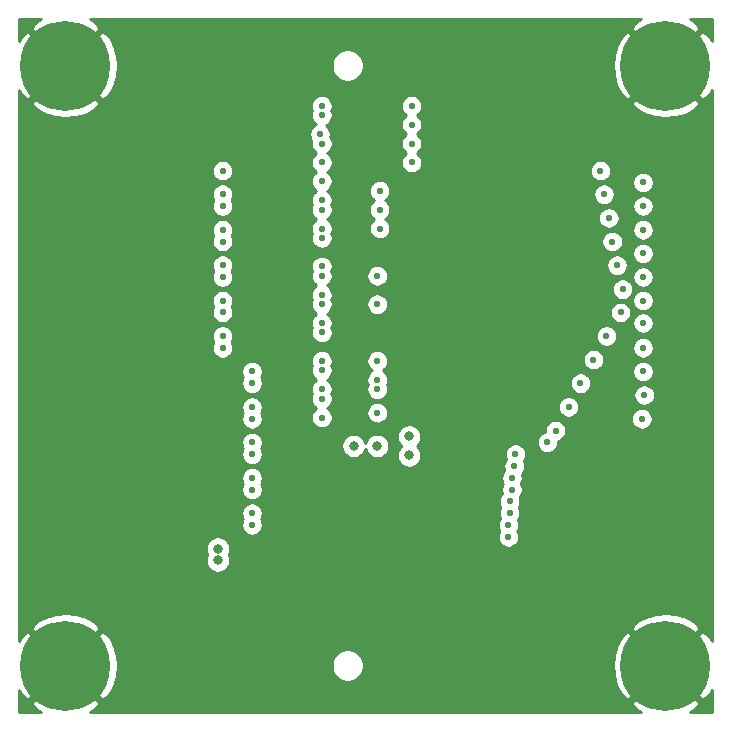
<source format=gbr>
%TF.GenerationSoftware,KiCad,Pcbnew,(5.1.9-0-10_14)*%
%TF.CreationDate,2021-04-27T11:00:09-04:00*%
%TF.ProjectId,backplane-prototype,6261636b-706c-4616-9e65-2d70726f746f,rev?*%
%TF.SameCoordinates,Original*%
%TF.FileFunction,Copper,L3,Inr*%
%TF.FilePolarity,Positive*%
%FSLAX46Y46*%
G04 Gerber Fmt 4.6, Leading zero omitted, Abs format (unit mm)*
G04 Created by KiCad (PCBNEW (5.1.9-0-10_14)) date 2021-04-27 11:00:09*
%MOMM*%
%LPD*%
G01*
G04 APERTURE LIST*
%TA.AperFunction,ComponentPad*%
%ADD10C,7.620000*%
%TD*%
%TA.AperFunction,ViaPad*%
%ADD11C,0.800000*%
%TD*%
%TA.AperFunction,ViaPad*%
%ADD12C,0.558800*%
%TD*%
%TA.AperFunction,Conductor*%
%ADD13C,0.254000*%
%TD*%
%TA.AperFunction,Conductor*%
%ADD14C,0.100000*%
%TD*%
G04 APERTURE END LIST*
D10*
%TO.N,GND*%
%TO.C,H1*%
X124100000Y-80600000D03*
%TD*%
%TO.N,GND*%
%TO.C,H2*%
X174900000Y-80600000D03*
%TD*%
%TO.N,GND*%
%TO.C,H3*%
X124100000Y-131400000D03*
%TD*%
%TO.N,GND*%
%TO.C,H4*%
X174900000Y-131400000D03*
%TD*%
D11*
%TO.N,/BIAS2*%
X137000000Y-122500000D03*
%TO.N,/OUT*%
X150500000Y-112800000D03*
%TO.N,GND*%
X158900000Y-91000000D03*
X158900000Y-95000000D03*
X158900000Y-99000000D03*
X158900000Y-103000000D03*
X158900000Y-119000000D03*
X158900000Y-121000000D03*
X133900000Y-121000000D03*
X133900000Y-119000000D03*
X133900000Y-117000000D03*
X133900000Y-115000000D03*
X133900000Y-113000000D03*
X133900000Y-111000000D03*
X133900000Y-109000000D03*
X133900000Y-107000000D03*
X133900000Y-105000000D03*
X133900000Y-103000000D03*
X133900000Y-101000000D03*
X133900000Y-99000000D03*
X133900000Y-97000000D03*
X133900000Y-95000000D03*
X133900000Y-93000000D03*
X133900000Y-91000000D03*
X162100000Y-92800000D03*
X161900000Y-96800000D03*
X161900000Y-100800000D03*
X161800000Y-107000000D03*
X161800000Y-109000000D03*
X158900000Y-113000000D03*
X158900000Y-115000000D03*
X158900000Y-117000000D03*
X161800000Y-110900000D03*
X161800000Y-105000000D03*
X148500000Y-111200000D03*
X150500000Y-111200000D03*
X148500000Y-104000000D03*
X148500000Y-96800000D03*
X148500000Y-89600000D03*
X148500000Y-82400000D03*
X150500000Y-104000000D03*
X150500000Y-96800000D03*
X150500000Y-89600000D03*
X150500000Y-82400000D03*
%TO.N,/VDD*%
X148500000Y-112800000D03*
D12*
%TO.N,/CH31*%
X145800000Y-110400000D03*
%TO.N,/CH30*%
X139900000Y-119500000D03*
%TO.N,/CH29*%
X145800000Y-108800000D03*
X139900000Y-118500000D03*
%TO.N,/CH28*%
X145800000Y-108000000D03*
%TO.N,/CH27*%
X139900000Y-116500000D03*
%TO.N,/CH26*%
X139900000Y-115500000D03*
X145800000Y-106400000D03*
%TO.N,/CH25*%
X145800000Y-105600000D03*
%TO.N,/CH24*%
X139900000Y-113500000D03*
%TO.N,/CH23*%
X145800000Y-103200000D03*
X139900000Y-112500000D03*
%TO.N,/CH22*%
X145800000Y-102400000D03*
%TO.N,/CH21*%
X139900000Y-110500000D03*
%TO.N,/CH20*%
X139900000Y-109500000D03*
X145800000Y-100800000D03*
%TO.N,/CH19*%
X145800000Y-100000000D03*
%TO.N,/CH18*%
X139900000Y-107500000D03*
%TO.N,/CH17*%
X145800000Y-98400000D03*
X139900000Y-106500000D03*
%TO.N,/CH16*%
X145800000Y-97600000D03*
%TO.N,/CH15*%
X137400000Y-104500000D03*
%TO.N,/CH14*%
X145800000Y-95200000D03*
X137400000Y-103500000D03*
%TO.N,/CH13*%
X145800000Y-94400000D03*
%TO.N,/CH12*%
X137400000Y-101500000D03*
%TO.N,/CH11*%
X145800000Y-92800000D03*
X137400000Y-100500000D03*
%TO.N,/CH10*%
X145800000Y-92000000D03*
%TO.N,/CH9*%
X137400000Y-98500000D03*
%TO.N,/CH8*%
X145800000Y-90400000D03*
X137400000Y-97500000D03*
%TO.N,/CH7*%
X145800000Y-88800000D03*
%TO.N,/CH6*%
X137400000Y-95500000D03*
%TO.N,/CH5*%
X145800000Y-87200000D03*
X137400000Y-94500000D03*
%TO.N,/CH4*%
X145646138Y-86400000D03*
%TO.N,/CH3*%
X137400000Y-92500000D03*
%TO.N,/CH2*%
X145800000Y-84800000D03*
X137400000Y-91500000D03*
%TO.N,/CH1*%
X145800000Y-84000000D03*
D11*
%TO.N,/BIAS1*%
X137000000Y-121500000D03*
D12*
%TO.N,/CH0*%
X137400000Y-89500000D03*
%TO.N,/BCH0*%
X169400000Y-89500000D03*
%TO.N,/BCH1*%
X173000000Y-90500000D03*
X153400000Y-84000000D03*
%TO.N,/BCH2*%
X169700000Y-91500000D03*
%TO.N,/BCH3*%
X173000000Y-92500000D03*
X153400000Y-85600000D03*
%TO.N,/BCH4*%
X170100000Y-93500000D03*
%TO.N,/BCH5*%
X173000000Y-94500000D03*
X153400000Y-87200000D03*
%TO.N,/BCH6*%
X170400000Y-95500000D03*
%TO.N,/BCH7*%
X173000000Y-96500000D03*
X153400000Y-88800000D03*
%TO.N,/BCH8*%
X170800000Y-97500000D03*
%TO.N,/BCH9*%
X150700000Y-91200000D03*
X173000000Y-98500000D03*
%TO.N,/BCH10*%
X171271461Y-99528539D03*
%TO.N,/BCH11*%
X150700000Y-92800000D03*
X173000000Y-100500000D03*
%TO.N,/BCH12*%
X171100000Y-101500000D03*
%TO.N,/BCH13*%
X150700000Y-94400000D03*
X173000000Y-102400000D03*
%TO.N,/BCH14*%
X169900000Y-103500000D03*
%TO.N,/BCH15*%
X173000000Y-104500000D03*
%TO.N,/BCH16*%
X168800000Y-105500000D03*
%TO.N,/BCH17*%
X173000000Y-106500000D03*
X150500000Y-98400000D03*
%TO.N,/BCH18*%
X167700000Y-107500000D03*
%TO.N,/BCH19*%
X173100000Y-108500000D03*
%TO.N,/BCH20*%
X166700000Y-109500000D03*
X150500000Y-100800000D03*
%TO.N,/BCH21*%
X172900000Y-110500000D03*
%TO.N,/BCH22*%
X165600000Y-111500000D03*
%TO.N,/BCH23*%
X164900000Y-112500000D03*
%TO.N,/BCH24*%
X162200000Y-113500000D03*
%TO.N,/BCH25*%
X162100000Y-114500000D03*
X150500000Y-105600000D03*
%TO.N,/BCH26*%
X161900000Y-115500000D03*
%TO.N,/BCH27*%
X161900000Y-116500000D03*
X150500000Y-107200000D03*
%TO.N,/BCH28*%
X161700000Y-117500000D03*
X150500000Y-108000000D03*
%TO.N,/BCH29*%
X161700000Y-118500000D03*
%TO.N,/BCH30*%
X161600000Y-119500000D03*
%TO.N,/BCH31*%
X161600000Y-120500000D03*
X150500000Y-110000000D03*
D11*
%TO.N,/BIAS3*%
X153200000Y-112000000D03*
%TO.N,/BIAS4*%
X153200000Y-113600000D03*
%TD*%
D13*
%TO.N,GND*%
X121658914Y-76859574D02*
X121578460Y-76913332D01*
X121145082Y-77465477D01*
X124100000Y-80420395D01*
X127054918Y-77465477D01*
X126621540Y-76913332D01*
X126159694Y-76660000D01*
X172842221Y-76660000D01*
X172458914Y-76859574D01*
X172378460Y-76913332D01*
X171945082Y-77465477D01*
X174900000Y-80420395D01*
X177854918Y-77465477D01*
X177421540Y-76913332D01*
X176959694Y-76660000D01*
X178840001Y-76660000D01*
X178840001Y-78542223D01*
X178640426Y-78158914D01*
X178586668Y-78078460D01*
X178034523Y-77645082D01*
X175079605Y-80600000D01*
X178034523Y-83554918D01*
X178586668Y-83121540D01*
X178840001Y-82659692D01*
X178840000Y-129342221D01*
X178640426Y-128958914D01*
X178586668Y-128878460D01*
X178034523Y-128445082D01*
X175079605Y-131400000D01*
X178034523Y-134354918D01*
X178586668Y-133921540D01*
X178840000Y-133459693D01*
X178840000Y-135340000D01*
X176957779Y-135340000D01*
X177341086Y-135140426D01*
X177421540Y-135086668D01*
X177854918Y-134534523D01*
X174900000Y-131579605D01*
X171945082Y-134534523D01*
X172378460Y-135086668D01*
X172840306Y-135340000D01*
X126157779Y-135340000D01*
X126541086Y-135140426D01*
X126621540Y-135086668D01*
X127054918Y-134534523D01*
X124100000Y-131579605D01*
X121145082Y-134534523D01*
X121578460Y-135086668D01*
X122040306Y-135340000D01*
X120160000Y-135340000D01*
X120160000Y-133457779D01*
X120359574Y-133841086D01*
X120413332Y-133921540D01*
X120965477Y-134354918D01*
X123920395Y-131400000D01*
X124279605Y-131400000D01*
X127234523Y-134354918D01*
X127786668Y-133921540D01*
X128207758Y-133153856D01*
X128470989Y-132318772D01*
X128566246Y-131448381D01*
X128550281Y-131266052D01*
X146640000Y-131266052D01*
X146640000Y-131533948D01*
X146692264Y-131796697D01*
X146794784Y-132044201D01*
X146943619Y-132266949D01*
X147133051Y-132456381D01*
X147355799Y-132605216D01*
X147603303Y-132707736D01*
X147866052Y-132760000D01*
X148133948Y-132760000D01*
X148396697Y-132707736D01*
X148644201Y-132605216D01*
X148866949Y-132456381D01*
X149056381Y-132266949D01*
X149205216Y-132044201D01*
X149307736Y-131796697D01*
X149360000Y-131533948D01*
X149360000Y-131351619D01*
X170433754Y-131351619D01*
X170510134Y-132223870D01*
X170755213Y-133064460D01*
X171159574Y-133841086D01*
X171213332Y-133921540D01*
X171765477Y-134354918D01*
X174720395Y-131400000D01*
X171765477Y-128445082D01*
X171213332Y-128878460D01*
X170792242Y-129646144D01*
X170529011Y-130481228D01*
X170433754Y-131351619D01*
X149360000Y-131351619D01*
X149360000Y-131266052D01*
X149307736Y-131003303D01*
X149205216Y-130755799D01*
X149056381Y-130533051D01*
X148866949Y-130343619D01*
X148644201Y-130194784D01*
X148396697Y-130092264D01*
X148133948Y-130040000D01*
X147866052Y-130040000D01*
X147603303Y-130092264D01*
X147355799Y-130194784D01*
X147133051Y-130343619D01*
X146943619Y-130533051D01*
X146794784Y-130755799D01*
X146692264Y-131003303D01*
X146640000Y-131266052D01*
X128550281Y-131266052D01*
X128489866Y-130576130D01*
X128244787Y-129735540D01*
X127840426Y-128958914D01*
X127786668Y-128878460D01*
X127234523Y-128445082D01*
X124279605Y-131400000D01*
X123920395Y-131400000D01*
X120965477Y-128445082D01*
X120413332Y-128878460D01*
X120160000Y-129340306D01*
X120160000Y-128265477D01*
X121145082Y-128265477D01*
X124100000Y-131220395D01*
X127054918Y-128265477D01*
X171945082Y-128265477D01*
X174900000Y-131220395D01*
X177854918Y-128265477D01*
X177421540Y-127713332D01*
X176653856Y-127292242D01*
X175818772Y-127029011D01*
X174948381Y-126933754D01*
X174076130Y-127010134D01*
X173235540Y-127255213D01*
X172458914Y-127659574D01*
X172378460Y-127713332D01*
X171945082Y-128265477D01*
X127054918Y-128265477D01*
X126621540Y-127713332D01*
X125853856Y-127292242D01*
X125018772Y-127029011D01*
X124148381Y-126933754D01*
X123276130Y-127010134D01*
X122435540Y-127255213D01*
X121658914Y-127659574D01*
X121578460Y-127713332D01*
X121145082Y-128265477D01*
X120160000Y-128265477D01*
X120160000Y-121398061D01*
X135965000Y-121398061D01*
X135965000Y-121601939D01*
X136004774Y-121801898D01*
X136082795Y-121990256D01*
X136089306Y-122000000D01*
X136082795Y-122009744D01*
X136004774Y-122198102D01*
X135965000Y-122398061D01*
X135965000Y-122601939D01*
X136004774Y-122801898D01*
X136082795Y-122990256D01*
X136196063Y-123159774D01*
X136340226Y-123303937D01*
X136509744Y-123417205D01*
X136698102Y-123495226D01*
X136898061Y-123535000D01*
X137101939Y-123535000D01*
X137301898Y-123495226D01*
X137490256Y-123417205D01*
X137659774Y-123303937D01*
X137803937Y-123159774D01*
X137917205Y-122990256D01*
X137995226Y-122801898D01*
X138035000Y-122601939D01*
X138035000Y-122398061D01*
X137995226Y-122198102D01*
X137917205Y-122009744D01*
X137910694Y-122000000D01*
X137917205Y-121990256D01*
X137995226Y-121801898D01*
X138035000Y-121601939D01*
X138035000Y-121398061D01*
X137995226Y-121198102D01*
X137917205Y-121009744D01*
X137803937Y-120840226D01*
X137659774Y-120696063D01*
X137490256Y-120582795D01*
X137301898Y-120504774D01*
X137101939Y-120465000D01*
X136898061Y-120465000D01*
X136698102Y-120504774D01*
X136509744Y-120582795D01*
X136340226Y-120696063D01*
X136196063Y-120840226D01*
X136082795Y-121009744D01*
X136004774Y-121198102D01*
X135965000Y-121398061D01*
X120160000Y-121398061D01*
X120160000Y-118409939D01*
X138985600Y-118409939D01*
X138985600Y-118590061D01*
X139020740Y-118766721D01*
X139089670Y-118933131D01*
X139134350Y-119000000D01*
X139089670Y-119066869D01*
X139020740Y-119233279D01*
X138985600Y-119409939D01*
X138985600Y-119590061D01*
X139020740Y-119766721D01*
X139089670Y-119933131D01*
X139189739Y-120082896D01*
X139317104Y-120210261D01*
X139466869Y-120310330D01*
X139633279Y-120379260D01*
X139809939Y-120414400D01*
X139990061Y-120414400D01*
X140166721Y-120379260D01*
X140333131Y-120310330D01*
X140482896Y-120210261D01*
X140610261Y-120082896D01*
X140710330Y-119933131D01*
X140779260Y-119766721D01*
X140814400Y-119590061D01*
X140814400Y-119409939D01*
X160685600Y-119409939D01*
X160685600Y-119590061D01*
X160720740Y-119766721D01*
X160789670Y-119933131D01*
X160834350Y-120000000D01*
X160789670Y-120066869D01*
X160720740Y-120233279D01*
X160685600Y-120409939D01*
X160685600Y-120590061D01*
X160720740Y-120766721D01*
X160789670Y-120933131D01*
X160889739Y-121082896D01*
X161017104Y-121210261D01*
X161166869Y-121310330D01*
X161333279Y-121379260D01*
X161509939Y-121414400D01*
X161690061Y-121414400D01*
X161866721Y-121379260D01*
X162033131Y-121310330D01*
X162182896Y-121210261D01*
X162310261Y-121082896D01*
X162410330Y-120933131D01*
X162479260Y-120766721D01*
X162514400Y-120590061D01*
X162514400Y-120409939D01*
X162479260Y-120233279D01*
X162410330Y-120066869D01*
X162365650Y-120000000D01*
X162410330Y-119933131D01*
X162479260Y-119766721D01*
X162514400Y-119590061D01*
X162514400Y-119409939D01*
X162479260Y-119233279D01*
X162414402Y-119076699D01*
X162510330Y-118933131D01*
X162579260Y-118766721D01*
X162614400Y-118590061D01*
X162614400Y-118409939D01*
X162579260Y-118233279D01*
X162510330Y-118066869D01*
X162465650Y-118000000D01*
X162510330Y-117933131D01*
X162579260Y-117766721D01*
X162614400Y-117590061D01*
X162614400Y-117409939D01*
X162579260Y-117233279D01*
X162544294Y-117148863D01*
X162610261Y-117082896D01*
X162710330Y-116933131D01*
X162779260Y-116766721D01*
X162814400Y-116590061D01*
X162814400Y-116409939D01*
X162779260Y-116233279D01*
X162710330Y-116066869D01*
X162665650Y-116000000D01*
X162710330Y-115933131D01*
X162779260Y-115766721D01*
X162814400Y-115590061D01*
X162814400Y-115409939D01*
X162779260Y-115233279D01*
X162744294Y-115148863D01*
X162810261Y-115082896D01*
X162910330Y-114933131D01*
X162979260Y-114766721D01*
X163014400Y-114590061D01*
X163014400Y-114409939D01*
X162979260Y-114233279D01*
X162914402Y-114076699D01*
X163010330Y-113933131D01*
X163079260Y-113766721D01*
X163114400Y-113590061D01*
X163114400Y-113409939D01*
X163079260Y-113233279D01*
X163010330Y-113066869D01*
X162910261Y-112917104D01*
X162782896Y-112789739D01*
X162633131Y-112689670D01*
X162466721Y-112620740D01*
X162290061Y-112585600D01*
X162109939Y-112585600D01*
X161933279Y-112620740D01*
X161766869Y-112689670D01*
X161617104Y-112789739D01*
X161489739Y-112917104D01*
X161389670Y-113066869D01*
X161320740Y-113233279D01*
X161285600Y-113409939D01*
X161285600Y-113590061D01*
X161320740Y-113766721D01*
X161385598Y-113923301D01*
X161289670Y-114066869D01*
X161220740Y-114233279D01*
X161185600Y-114409939D01*
X161185600Y-114590061D01*
X161220740Y-114766721D01*
X161255706Y-114851137D01*
X161189739Y-114917104D01*
X161089670Y-115066869D01*
X161020740Y-115233279D01*
X160985600Y-115409939D01*
X160985600Y-115590061D01*
X161020740Y-115766721D01*
X161089670Y-115933131D01*
X161134350Y-116000000D01*
X161089670Y-116066869D01*
X161020740Y-116233279D01*
X160985600Y-116409939D01*
X160985600Y-116590061D01*
X161020740Y-116766721D01*
X161055706Y-116851137D01*
X160989739Y-116917104D01*
X160889670Y-117066869D01*
X160820740Y-117233279D01*
X160785600Y-117409939D01*
X160785600Y-117590061D01*
X160820740Y-117766721D01*
X160889670Y-117933131D01*
X160934350Y-118000000D01*
X160889670Y-118066869D01*
X160820740Y-118233279D01*
X160785600Y-118409939D01*
X160785600Y-118590061D01*
X160820740Y-118766721D01*
X160885598Y-118923301D01*
X160789670Y-119066869D01*
X160720740Y-119233279D01*
X160685600Y-119409939D01*
X140814400Y-119409939D01*
X140779260Y-119233279D01*
X140710330Y-119066869D01*
X140665650Y-119000000D01*
X140710330Y-118933131D01*
X140779260Y-118766721D01*
X140814400Y-118590061D01*
X140814400Y-118409939D01*
X140779260Y-118233279D01*
X140710330Y-118066869D01*
X140610261Y-117917104D01*
X140482896Y-117789739D01*
X140333131Y-117689670D01*
X140166721Y-117620740D01*
X139990061Y-117585600D01*
X139809939Y-117585600D01*
X139633279Y-117620740D01*
X139466869Y-117689670D01*
X139317104Y-117789739D01*
X139189739Y-117917104D01*
X139089670Y-118066869D01*
X139020740Y-118233279D01*
X138985600Y-118409939D01*
X120160000Y-118409939D01*
X120160000Y-115409939D01*
X138985600Y-115409939D01*
X138985600Y-115590061D01*
X139020740Y-115766721D01*
X139089670Y-115933131D01*
X139134350Y-116000000D01*
X139089670Y-116066869D01*
X139020740Y-116233279D01*
X138985600Y-116409939D01*
X138985600Y-116590061D01*
X139020740Y-116766721D01*
X139089670Y-116933131D01*
X139189739Y-117082896D01*
X139317104Y-117210261D01*
X139466869Y-117310330D01*
X139633279Y-117379260D01*
X139809939Y-117414400D01*
X139990061Y-117414400D01*
X140166721Y-117379260D01*
X140333131Y-117310330D01*
X140482896Y-117210261D01*
X140610261Y-117082896D01*
X140710330Y-116933131D01*
X140779260Y-116766721D01*
X140814400Y-116590061D01*
X140814400Y-116409939D01*
X140779260Y-116233279D01*
X140710330Y-116066869D01*
X140665650Y-116000000D01*
X140710330Y-115933131D01*
X140779260Y-115766721D01*
X140814400Y-115590061D01*
X140814400Y-115409939D01*
X140779260Y-115233279D01*
X140710330Y-115066869D01*
X140610261Y-114917104D01*
X140482896Y-114789739D01*
X140333131Y-114689670D01*
X140166721Y-114620740D01*
X139990061Y-114585600D01*
X139809939Y-114585600D01*
X139633279Y-114620740D01*
X139466869Y-114689670D01*
X139317104Y-114789739D01*
X139189739Y-114917104D01*
X139089670Y-115066869D01*
X139020740Y-115233279D01*
X138985600Y-115409939D01*
X120160000Y-115409939D01*
X120160000Y-112409939D01*
X138985600Y-112409939D01*
X138985600Y-112590061D01*
X139020740Y-112766721D01*
X139089670Y-112933131D01*
X139134350Y-113000000D01*
X139089670Y-113066869D01*
X139020740Y-113233279D01*
X138985600Y-113409939D01*
X138985600Y-113590061D01*
X139020740Y-113766721D01*
X139089670Y-113933131D01*
X139189739Y-114082896D01*
X139317104Y-114210261D01*
X139466869Y-114310330D01*
X139633279Y-114379260D01*
X139809939Y-114414400D01*
X139990061Y-114414400D01*
X140166721Y-114379260D01*
X140333131Y-114310330D01*
X140482896Y-114210261D01*
X140610261Y-114082896D01*
X140710330Y-113933131D01*
X140779260Y-113766721D01*
X140814400Y-113590061D01*
X140814400Y-113409939D01*
X140779260Y-113233279D01*
X140710330Y-113066869D01*
X140665650Y-113000000D01*
X140710330Y-112933131D01*
X140779260Y-112766721D01*
X140792917Y-112698061D01*
X147465000Y-112698061D01*
X147465000Y-112901939D01*
X147504774Y-113101898D01*
X147582795Y-113290256D01*
X147696063Y-113459774D01*
X147840226Y-113603937D01*
X148009744Y-113717205D01*
X148198102Y-113795226D01*
X148398061Y-113835000D01*
X148601939Y-113835000D01*
X148801898Y-113795226D01*
X148990256Y-113717205D01*
X149159774Y-113603937D01*
X149303937Y-113459774D01*
X149417205Y-113290256D01*
X149495226Y-113101898D01*
X149500000Y-113077897D01*
X149504774Y-113101898D01*
X149582795Y-113290256D01*
X149696063Y-113459774D01*
X149840226Y-113603937D01*
X150009744Y-113717205D01*
X150198102Y-113795226D01*
X150398061Y-113835000D01*
X150601939Y-113835000D01*
X150801898Y-113795226D01*
X150990256Y-113717205D01*
X151159774Y-113603937D01*
X151303937Y-113459774D01*
X151417205Y-113290256D01*
X151495226Y-113101898D01*
X151535000Y-112901939D01*
X151535000Y-112698061D01*
X151495226Y-112498102D01*
X151417205Y-112309744D01*
X151303937Y-112140226D01*
X151159774Y-111996063D01*
X151013104Y-111898061D01*
X152165000Y-111898061D01*
X152165000Y-112101939D01*
X152204774Y-112301898D01*
X152282795Y-112490256D01*
X152396063Y-112659774D01*
X152536289Y-112800000D01*
X152396063Y-112940226D01*
X152282795Y-113109744D01*
X152204774Y-113298102D01*
X152165000Y-113498061D01*
X152165000Y-113701939D01*
X152204774Y-113901898D01*
X152282795Y-114090256D01*
X152396063Y-114259774D01*
X152540226Y-114403937D01*
X152709744Y-114517205D01*
X152898102Y-114595226D01*
X153098061Y-114635000D01*
X153301939Y-114635000D01*
X153501898Y-114595226D01*
X153690256Y-114517205D01*
X153859774Y-114403937D01*
X154003937Y-114259774D01*
X154117205Y-114090256D01*
X154195226Y-113901898D01*
X154235000Y-113701939D01*
X154235000Y-113498061D01*
X154195226Y-113298102D01*
X154117205Y-113109744D01*
X154003937Y-112940226D01*
X153863711Y-112800000D01*
X154003937Y-112659774D01*
X154117205Y-112490256D01*
X154150473Y-112409939D01*
X163985600Y-112409939D01*
X163985600Y-112590061D01*
X164020740Y-112766721D01*
X164089670Y-112933131D01*
X164189739Y-113082896D01*
X164317104Y-113210261D01*
X164466869Y-113310330D01*
X164633279Y-113379260D01*
X164809939Y-113414400D01*
X164990061Y-113414400D01*
X165166721Y-113379260D01*
X165333131Y-113310330D01*
X165482896Y-113210261D01*
X165610261Y-113082896D01*
X165710330Y-112933131D01*
X165779260Y-112766721D01*
X165814400Y-112590061D01*
X165814400Y-112409939D01*
X165810521Y-112390439D01*
X165866721Y-112379260D01*
X166033131Y-112310330D01*
X166182896Y-112210261D01*
X166310261Y-112082896D01*
X166410330Y-111933131D01*
X166479260Y-111766721D01*
X166514400Y-111590061D01*
X166514400Y-111409939D01*
X166479260Y-111233279D01*
X166410330Y-111066869D01*
X166310261Y-110917104D01*
X166182896Y-110789739D01*
X166033131Y-110689670D01*
X165866721Y-110620740D01*
X165690061Y-110585600D01*
X165509939Y-110585600D01*
X165333279Y-110620740D01*
X165166869Y-110689670D01*
X165017104Y-110789739D01*
X164889739Y-110917104D01*
X164789670Y-111066869D01*
X164720740Y-111233279D01*
X164685600Y-111409939D01*
X164685600Y-111590061D01*
X164689479Y-111609561D01*
X164633279Y-111620740D01*
X164466869Y-111689670D01*
X164317104Y-111789739D01*
X164189739Y-111917104D01*
X164089670Y-112066869D01*
X164020740Y-112233279D01*
X163985600Y-112409939D01*
X154150473Y-112409939D01*
X154195226Y-112301898D01*
X154235000Y-112101939D01*
X154235000Y-111898061D01*
X154195226Y-111698102D01*
X154117205Y-111509744D01*
X154003937Y-111340226D01*
X153859774Y-111196063D01*
X153690256Y-111082795D01*
X153501898Y-111004774D01*
X153301939Y-110965000D01*
X153098061Y-110965000D01*
X152898102Y-111004774D01*
X152709744Y-111082795D01*
X152540226Y-111196063D01*
X152396063Y-111340226D01*
X152282795Y-111509744D01*
X152204774Y-111698102D01*
X152165000Y-111898061D01*
X151013104Y-111898061D01*
X150990256Y-111882795D01*
X150801898Y-111804774D01*
X150601939Y-111765000D01*
X150398061Y-111765000D01*
X150198102Y-111804774D01*
X150009744Y-111882795D01*
X149840226Y-111996063D01*
X149696063Y-112140226D01*
X149582795Y-112309744D01*
X149504774Y-112498102D01*
X149500000Y-112522103D01*
X149495226Y-112498102D01*
X149417205Y-112309744D01*
X149303937Y-112140226D01*
X149159774Y-111996063D01*
X148990256Y-111882795D01*
X148801898Y-111804774D01*
X148601939Y-111765000D01*
X148398061Y-111765000D01*
X148198102Y-111804774D01*
X148009744Y-111882795D01*
X147840226Y-111996063D01*
X147696063Y-112140226D01*
X147582795Y-112309744D01*
X147504774Y-112498102D01*
X147465000Y-112698061D01*
X140792917Y-112698061D01*
X140814400Y-112590061D01*
X140814400Y-112409939D01*
X140779260Y-112233279D01*
X140710330Y-112066869D01*
X140610261Y-111917104D01*
X140482896Y-111789739D01*
X140333131Y-111689670D01*
X140166721Y-111620740D01*
X139990061Y-111585600D01*
X139809939Y-111585600D01*
X139633279Y-111620740D01*
X139466869Y-111689670D01*
X139317104Y-111789739D01*
X139189739Y-111917104D01*
X139089670Y-112066869D01*
X139020740Y-112233279D01*
X138985600Y-112409939D01*
X120160000Y-112409939D01*
X120160000Y-109409939D01*
X138985600Y-109409939D01*
X138985600Y-109590061D01*
X139020740Y-109766721D01*
X139089670Y-109933131D01*
X139134350Y-110000000D01*
X139089670Y-110066869D01*
X139020740Y-110233279D01*
X138985600Y-110409939D01*
X138985600Y-110590061D01*
X139020740Y-110766721D01*
X139089670Y-110933131D01*
X139189739Y-111082896D01*
X139317104Y-111210261D01*
X139466869Y-111310330D01*
X139633279Y-111379260D01*
X139809939Y-111414400D01*
X139990061Y-111414400D01*
X140166721Y-111379260D01*
X140333131Y-111310330D01*
X140482896Y-111210261D01*
X140610261Y-111082896D01*
X140710330Y-110933131D01*
X140779260Y-110766721D01*
X140814400Y-110590061D01*
X140814400Y-110409939D01*
X140779260Y-110233279D01*
X140710330Y-110066869D01*
X140665650Y-110000000D01*
X140710330Y-109933131D01*
X140779260Y-109766721D01*
X140814400Y-109590061D01*
X140814400Y-109409939D01*
X140779260Y-109233279D01*
X140710330Y-109066869D01*
X140610261Y-108917104D01*
X140482896Y-108789739D01*
X140333131Y-108689670D01*
X140166721Y-108620740D01*
X139990061Y-108585600D01*
X139809939Y-108585600D01*
X139633279Y-108620740D01*
X139466869Y-108689670D01*
X139317104Y-108789739D01*
X139189739Y-108917104D01*
X139089670Y-109066869D01*
X139020740Y-109233279D01*
X138985600Y-109409939D01*
X120160000Y-109409939D01*
X120160000Y-106409939D01*
X138985600Y-106409939D01*
X138985600Y-106590061D01*
X139020740Y-106766721D01*
X139089670Y-106933131D01*
X139134350Y-107000000D01*
X139089670Y-107066869D01*
X139020740Y-107233279D01*
X138985600Y-107409939D01*
X138985600Y-107590061D01*
X139020740Y-107766721D01*
X139089670Y-107933131D01*
X139189739Y-108082896D01*
X139317104Y-108210261D01*
X139466869Y-108310330D01*
X139633279Y-108379260D01*
X139809939Y-108414400D01*
X139990061Y-108414400D01*
X140166721Y-108379260D01*
X140333131Y-108310330D01*
X140482896Y-108210261D01*
X140610261Y-108082896D01*
X140710330Y-107933131D01*
X140779260Y-107766721D01*
X140814400Y-107590061D01*
X140814400Y-107409939D01*
X140779260Y-107233279D01*
X140710330Y-107066869D01*
X140665650Y-107000000D01*
X140710330Y-106933131D01*
X140779260Y-106766721D01*
X140814400Y-106590061D01*
X140814400Y-106409939D01*
X140779260Y-106233279D01*
X140710330Y-106066869D01*
X140610261Y-105917104D01*
X140482896Y-105789739D01*
X140333131Y-105689670D01*
X140166721Y-105620740D01*
X139990061Y-105585600D01*
X139809939Y-105585600D01*
X139633279Y-105620740D01*
X139466869Y-105689670D01*
X139317104Y-105789739D01*
X139189739Y-105917104D01*
X139089670Y-106066869D01*
X139020740Y-106233279D01*
X138985600Y-106409939D01*
X120160000Y-106409939D01*
X120160000Y-105509939D01*
X144885600Y-105509939D01*
X144885600Y-105690061D01*
X144920740Y-105866721D01*
X144975947Y-106000000D01*
X144920740Y-106133279D01*
X144885600Y-106309939D01*
X144885600Y-106490061D01*
X144920740Y-106666721D01*
X144989670Y-106833131D01*
X145089739Y-106982896D01*
X145217104Y-107110261D01*
X145351409Y-107200000D01*
X145217104Y-107289739D01*
X145089739Y-107417104D01*
X144989670Y-107566869D01*
X144920740Y-107733279D01*
X144885600Y-107909939D01*
X144885600Y-108090061D01*
X144920740Y-108266721D01*
X144975947Y-108400000D01*
X144920740Y-108533279D01*
X144885600Y-108709939D01*
X144885600Y-108890061D01*
X144920740Y-109066721D01*
X144989670Y-109233131D01*
X145089739Y-109382896D01*
X145217104Y-109510261D01*
X145351409Y-109600000D01*
X145217104Y-109689739D01*
X145089739Y-109817104D01*
X144989670Y-109966869D01*
X144920740Y-110133279D01*
X144885600Y-110309939D01*
X144885600Y-110490061D01*
X144920740Y-110666721D01*
X144989670Y-110833131D01*
X145089739Y-110982896D01*
X145217104Y-111110261D01*
X145366869Y-111210330D01*
X145533279Y-111279260D01*
X145709939Y-111314400D01*
X145890061Y-111314400D01*
X146066721Y-111279260D01*
X146233131Y-111210330D01*
X146382896Y-111110261D01*
X146510261Y-110982896D01*
X146610330Y-110833131D01*
X146679260Y-110666721D01*
X146714400Y-110490061D01*
X146714400Y-110309939D01*
X146679260Y-110133279D01*
X146610330Y-109966869D01*
X146572291Y-109909939D01*
X149585600Y-109909939D01*
X149585600Y-110090061D01*
X149620740Y-110266721D01*
X149689670Y-110433131D01*
X149789739Y-110582896D01*
X149917104Y-110710261D01*
X150066869Y-110810330D01*
X150233279Y-110879260D01*
X150409939Y-110914400D01*
X150590061Y-110914400D01*
X150766721Y-110879260D01*
X150933131Y-110810330D01*
X151082896Y-110710261D01*
X151210261Y-110582896D01*
X151310330Y-110433131D01*
X151379260Y-110266721D01*
X151414400Y-110090061D01*
X151414400Y-109909939D01*
X151379260Y-109733279D01*
X151310330Y-109566869D01*
X151210261Y-109417104D01*
X151203096Y-109409939D01*
X165785600Y-109409939D01*
X165785600Y-109590061D01*
X165820740Y-109766721D01*
X165889670Y-109933131D01*
X165989739Y-110082896D01*
X166117104Y-110210261D01*
X166266869Y-110310330D01*
X166433279Y-110379260D01*
X166609939Y-110414400D01*
X166790061Y-110414400D01*
X166812487Y-110409939D01*
X171985600Y-110409939D01*
X171985600Y-110590061D01*
X172020740Y-110766721D01*
X172089670Y-110933131D01*
X172189739Y-111082896D01*
X172317104Y-111210261D01*
X172466869Y-111310330D01*
X172633279Y-111379260D01*
X172809939Y-111414400D01*
X172990061Y-111414400D01*
X173166721Y-111379260D01*
X173333131Y-111310330D01*
X173482896Y-111210261D01*
X173610261Y-111082896D01*
X173710330Y-110933131D01*
X173779260Y-110766721D01*
X173814400Y-110590061D01*
X173814400Y-110409939D01*
X173779260Y-110233279D01*
X173710330Y-110066869D01*
X173610261Y-109917104D01*
X173482896Y-109789739D01*
X173333131Y-109689670D01*
X173166721Y-109620740D01*
X172990061Y-109585600D01*
X172809939Y-109585600D01*
X172633279Y-109620740D01*
X172466869Y-109689670D01*
X172317104Y-109789739D01*
X172189739Y-109917104D01*
X172089670Y-110066869D01*
X172020740Y-110233279D01*
X171985600Y-110409939D01*
X166812487Y-110409939D01*
X166966721Y-110379260D01*
X167133131Y-110310330D01*
X167282896Y-110210261D01*
X167410261Y-110082896D01*
X167510330Y-109933131D01*
X167579260Y-109766721D01*
X167614400Y-109590061D01*
X167614400Y-109409939D01*
X167579260Y-109233279D01*
X167510330Y-109066869D01*
X167410261Y-108917104D01*
X167282896Y-108789739D01*
X167133131Y-108689670D01*
X166966721Y-108620740D01*
X166790061Y-108585600D01*
X166609939Y-108585600D01*
X166433279Y-108620740D01*
X166266869Y-108689670D01*
X166117104Y-108789739D01*
X165989739Y-108917104D01*
X165889670Y-109066869D01*
X165820740Y-109233279D01*
X165785600Y-109409939D01*
X151203096Y-109409939D01*
X151082896Y-109289739D01*
X150933131Y-109189670D01*
X150766721Y-109120740D01*
X150590061Y-109085600D01*
X150409939Y-109085600D01*
X150233279Y-109120740D01*
X150066869Y-109189670D01*
X149917104Y-109289739D01*
X149789739Y-109417104D01*
X149689670Y-109566869D01*
X149620740Y-109733279D01*
X149585600Y-109909939D01*
X146572291Y-109909939D01*
X146510261Y-109817104D01*
X146382896Y-109689739D01*
X146248591Y-109600000D01*
X146382896Y-109510261D01*
X146510261Y-109382896D01*
X146610330Y-109233131D01*
X146679260Y-109066721D01*
X146714400Y-108890061D01*
X146714400Y-108709939D01*
X146679260Y-108533279D01*
X146624053Y-108400000D01*
X146679260Y-108266721D01*
X146714400Y-108090061D01*
X146714400Y-107909939D01*
X146679260Y-107733279D01*
X146610330Y-107566869D01*
X146510261Y-107417104D01*
X146382896Y-107289739D01*
X146248591Y-107200000D01*
X146382896Y-107110261D01*
X146510261Y-106982896D01*
X146610330Y-106833131D01*
X146679260Y-106666721D01*
X146714400Y-106490061D01*
X146714400Y-106309939D01*
X146679260Y-106133279D01*
X146624053Y-106000000D01*
X146679260Y-105866721D01*
X146714400Y-105690061D01*
X146714400Y-105509939D01*
X149585600Y-105509939D01*
X149585600Y-105690061D01*
X149620740Y-105866721D01*
X149689670Y-106033131D01*
X149789739Y-106182896D01*
X149917104Y-106310261D01*
X150051409Y-106400000D01*
X149917104Y-106489739D01*
X149789739Y-106617104D01*
X149689670Y-106766869D01*
X149620740Y-106933279D01*
X149585600Y-107109939D01*
X149585600Y-107290061D01*
X149620740Y-107466721D01*
X149675947Y-107600000D01*
X149620740Y-107733279D01*
X149585600Y-107909939D01*
X149585600Y-108090061D01*
X149620740Y-108266721D01*
X149689670Y-108433131D01*
X149789739Y-108582896D01*
X149917104Y-108710261D01*
X150066869Y-108810330D01*
X150233279Y-108879260D01*
X150409939Y-108914400D01*
X150590061Y-108914400D01*
X150766721Y-108879260D01*
X150933131Y-108810330D01*
X151082896Y-108710261D01*
X151210261Y-108582896D01*
X151310330Y-108433131D01*
X151379260Y-108266721D01*
X151414400Y-108090061D01*
X151414400Y-107909939D01*
X151379260Y-107733279D01*
X151324053Y-107600000D01*
X151379260Y-107466721D01*
X151390554Y-107409939D01*
X166785600Y-107409939D01*
X166785600Y-107590061D01*
X166820740Y-107766721D01*
X166889670Y-107933131D01*
X166989739Y-108082896D01*
X167117104Y-108210261D01*
X167266869Y-108310330D01*
X167433279Y-108379260D01*
X167609939Y-108414400D01*
X167790061Y-108414400D01*
X167812487Y-108409939D01*
X172185600Y-108409939D01*
X172185600Y-108590061D01*
X172220740Y-108766721D01*
X172289670Y-108933131D01*
X172389739Y-109082896D01*
X172517104Y-109210261D01*
X172666869Y-109310330D01*
X172833279Y-109379260D01*
X173009939Y-109414400D01*
X173190061Y-109414400D01*
X173366721Y-109379260D01*
X173533131Y-109310330D01*
X173682896Y-109210261D01*
X173810261Y-109082896D01*
X173910330Y-108933131D01*
X173979260Y-108766721D01*
X174014400Y-108590061D01*
X174014400Y-108409939D01*
X173979260Y-108233279D01*
X173910330Y-108066869D01*
X173810261Y-107917104D01*
X173682896Y-107789739D01*
X173533131Y-107689670D01*
X173366721Y-107620740D01*
X173190061Y-107585600D01*
X173009939Y-107585600D01*
X172833279Y-107620740D01*
X172666869Y-107689670D01*
X172517104Y-107789739D01*
X172389739Y-107917104D01*
X172289670Y-108066869D01*
X172220740Y-108233279D01*
X172185600Y-108409939D01*
X167812487Y-108409939D01*
X167966721Y-108379260D01*
X168133131Y-108310330D01*
X168282896Y-108210261D01*
X168410261Y-108082896D01*
X168510330Y-107933131D01*
X168579260Y-107766721D01*
X168614400Y-107590061D01*
X168614400Y-107409939D01*
X168579260Y-107233279D01*
X168510330Y-107066869D01*
X168410261Y-106917104D01*
X168282896Y-106789739D01*
X168133131Y-106689670D01*
X167966721Y-106620740D01*
X167790061Y-106585600D01*
X167609939Y-106585600D01*
X167433279Y-106620740D01*
X167266869Y-106689670D01*
X167117104Y-106789739D01*
X166989739Y-106917104D01*
X166889670Y-107066869D01*
X166820740Y-107233279D01*
X166785600Y-107409939D01*
X151390554Y-107409939D01*
X151414400Y-107290061D01*
X151414400Y-107109939D01*
X151379260Y-106933279D01*
X151310330Y-106766869D01*
X151210261Y-106617104D01*
X151082896Y-106489739D01*
X150948591Y-106400000D01*
X151082896Y-106310261D01*
X151210261Y-106182896D01*
X151310330Y-106033131D01*
X151379260Y-105866721D01*
X151414400Y-105690061D01*
X151414400Y-105509939D01*
X151394509Y-105409939D01*
X167885600Y-105409939D01*
X167885600Y-105590061D01*
X167920740Y-105766721D01*
X167989670Y-105933131D01*
X168089739Y-106082896D01*
X168217104Y-106210261D01*
X168366869Y-106310330D01*
X168533279Y-106379260D01*
X168709939Y-106414400D01*
X168890061Y-106414400D01*
X168912487Y-106409939D01*
X172085600Y-106409939D01*
X172085600Y-106590061D01*
X172120740Y-106766721D01*
X172189670Y-106933131D01*
X172289739Y-107082896D01*
X172417104Y-107210261D01*
X172566869Y-107310330D01*
X172733279Y-107379260D01*
X172909939Y-107414400D01*
X173090061Y-107414400D01*
X173266721Y-107379260D01*
X173433131Y-107310330D01*
X173582896Y-107210261D01*
X173710261Y-107082896D01*
X173810330Y-106933131D01*
X173879260Y-106766721D01*
X173914400Y-106590061D01*
X173914400Y-106409939D01*
X173879260Y-106233279D01*
X173810330Y-106066869D01*
X173710261Y-105917104D01*
X173582896Y-105789739D01*
X173433131Y-105689670D01*
X173266721Y-105620740D01*
X173090061Y-105585600D01*
X172909939Y-105585600D01*
X172733279Y-105620740D01*
X172566869Y-105689670D01*
X172417104Y-105789739D01*
X172289739Y-105917104D01*
X172189670Y-106066869D01*
X172120740Y-106233279D01*
X172085600Y-106409939D01*
X168912487Y-106409939D01*
X169066721Y-106379260D01*
X169233131Y-106310330D01*
X169382896Y-106210261D01*
X169510261Y-106082896D01*
X169610330Y-105933131D01*
X169679260Y-105766721D01*
X169714400Y-105590061D01*
X169714400Y-105409939D01*
X169679260Y-105233279D01*
X169610330Y-105066869D01*
X169510261Y-104917104D01*
X169382896Y-104789739D01*
X169233131Y-104689670D01*
X169066721Y-104620740D01*
X168890061Y-104585600D01*
X168709939Y-104585600D01*
X168533279Y-104620740D01*
X168366869Y-104689670D01*
X168217104Y-104789739D01*
X168089739Y-104917104D01*
X167989670Y-105066869D01*
X167920740Y-105233279D01*
X167885600Y-105409939D01*
X151394509Y-105409939D01*
X151379260Y-105333279D01*
X151310330Y-105166869D01*
X151210261Y-105017104D01*
X151082896Y-104889739D01*
X150933131Y-104789670D01*
X150766721Y-104720740D01*
X150590061Y-104685600D01*
X150409939Y-104685600D01*
X150233279Y-104720740D01*
X150066869Y-104789670D01*
X149917104Y-104889739D01*
X149789739Y-105017104D01*
X149689670Y-105166869D01*
X149620740Y-105333279D01*
X149585600Y-105509939D01*
X146714400Y-105509939D01*
X146679260Y-105333279D01*
X146610330Y-105166869D01*
X146510261Y-105017104D01*
X146382896Y-104889739D01*
X146233131Y-104789670D01*
X146066721Y-104720740D01*
X145890061Y-104685600D01*
X145709939Y-104685600D01*
X145533279Y-104720740D01*
X145366869Y-104789670D01*
X145217104Y-104889739D01*
X145089739Y-105017104D01*
X144989670Y-105166869D01*
X144920740Y-105333279D01*
X144885600Y-105509939D01*
X120160000Y-105509939D01*
X120160000Y-103409939D01*
X136485600Y-103409939D01*
X136485600Y-103590061D01*
X136520740Y-103766721D01*
X136589670Y-103933131D01*
X136634350Y-104000000D01*
X136589670Y-104066869D01*
X136520740Y-104233279D01*
X136485600Y-104409939D01*
X136485600Y-104590061D01*
X136520740Y-104766721D01*
X136589670Y-104933131D01*
X136689739Y-105082896D01*
X136817104Y-105210261D01*
X136966869Y-105310330D01*
X137133279Y-105379260D01*
X137309939Y-105414400D01*
X137490061Y-105414400D01*
X137666721Y-105379260D01*
X137833131Y-105310330D01*
X137982896Y-105210261D01*
X138110261Y-105082896D01*
X138210330Y-104933131D01*
X138279260Y-104766721D01*
X138314400Y-104590061D01*
X138314400Y-104409939D01*
X138279260Y-104233279D01*
X138210330Y-104066869D01*
X138165650Y-104000000D01*
X138210330Y-103933131D01*
X138279260Y-103766721D01*
X138314400Y-103590061D01*
X138314400Y-103409939D01*
X138279260Y-103233279D01*
X138210330Y-103066869D01*
X138110261Y-102917104D01*
X137982896Y-102789739D01*
X137833131Y-102689670D01*
X137666721Y-102620740D01*
X137490061Y-102585600D01*
X137309939Y-102585600D01*
X137133279Y-102620740D01*
X136966869Y-102689670D01*
X136817104Y-102789739D01*
X136689739Y-102917104D01*
X136589670Y-103066869D01*
X136520740Y-103233279D01*
X136485600Y-103409939D01*
X120160000Y-103409939D01*
X120160000Y-100409939D01*
X136485600Y-100409939D01*
X136485600Y-100590061D01*
X136520740Y-100766721D01*
X136589670Y-100933131D01*
X136634350Y-101000000D01*
X136589670Y-101066869D01*
X136520740Y-101233279D01*
X136485600Y-101409939D01*
X136485600Y-101590061D01*
X136520740Y-101766721D01*
X136589670Y-101933131D01*
X136689739Y-102082896D01*
X136817104Y-102210261D01*
X136966869Y-102310330D01*
X137133279Y-102379260D01*
X137309939Y-102414400D01*
X137490061Y-102414400D01*
X137666721Y-102379260D01*
X137833131Y-102310330D01*
X137982896Y-102210261D01*
X138110261Y-102082896D01*
X138210330Y-101933131D01*
X138279260Y-101766721D01*
X138314400Y-101590061D01*
X138314400Y-101409939D01*
X138279260Y-101233279D01*
X138210330Y-101066869D01*
X138165650Y-101000000D01*
X138210330Y-100933131D01*
X138279260Y-100766721D01*
X138314400Y-100590061D01*
X138314400Y-100409939D01*
X138279260Y-100233279D01*
X138210330Y-100066869D01*
X138110261Y-99917104D01*
X137982896Y-99789739D01*
X137833131Y-99689670D01*
X137666721Y-99620740D01*
X137490061Y-99585600D01*
X137309939Y-99585600D01*
X137133279Y-99620740D01*
X136966869Y-99689670D01*
X136817104Y-99789739D01*
X136689739Y-99917104D01*
X136589670Y-100066869D01*
X136520740Y-100233279D01*
X136485600Y-100409939D01*
X120160000Y-100409939D01*
X120160000Y-97409939D01*
X136485600Y-97409939D01*
X136485600Y-97590061D01*
X136520740Y-97766721D01*
X136589670Y-97933131D01*
X136634350Y-98000000D01*
X136589670Y-98066869D01*
X136520740Y-98233279D01*
X136485600Y-98409939D01*
X136485600Y-98590061D01*
X136520740Y-98766721D01*
X136589670Y-98933131D01*
X136689739Y-99082896D01*
X136817104Y-99210261D01*
X136966869Y-99310330D01*
X137133279Y-99379260D01*
X137309939Y-99414400D01*
X137490061Y-99414400D01*
X137666721Y-99379260D01*
X137833131Y-99310330D01*
X137982896Y-99210261D01*
X138110261Y-99082896D01*
X138210330Y-98933131D01*
X138279260Y-98766721D01*
X138314400Y-98590061D01*
X138314400Y-98409939D01*
X138279260Y-98233279D01*
X138210330Y-98066869D01*
X138165650Y-98000000D01*
X138210330Y-97933131D01*
X138279260Y-97766721D01*
X138314400Y-97590061D01*
X138314400Y-97509939D01*
X144885600Y-97509939D01*
X144885600Y-97690061D01*
X144920740Y-97866721D01*
X144975947Y-98000000D01*
X144920740Y-98133279D01*
X144885600Y-98309939D01*
X144885600Y-98490061D01*
X144920740Y-98666721D01*
X144989670Y-98833131D01*
X145089739Y-98982896D01*
X145217104Y-99110261D01*
X145351409Y-99200000D01*
X145217104Y-99289739D01*
X145089739Y-99417104D01*
X144989670Y-99566869D01*
X144920740Y-99733279D01*
X144885600Y-99909939D01*
X144885600Y-100090061D01*
X144920740Y-100266721D01*
X144975947Y-100400000D01*
X144920740Y-100533279D01*
X144885600Y-100709939D01*
X144885600Y-100890061D01*
X144920740Y-101066721D01*
X144989670Y-101233131D01*
X145089739Y-101382896D01*
X145217104Y-101510261D01*
X145351409Y-101600000D01*
X145217104Y-101689739D01*
X145089739Y-101817104D01*
X144989670Y-101966869D01*
X144920740Y-102133279D01*
X144885600Y-102309939D01*
X144885600Y-102490061D01*
X144920740Y-102666721D01*
X144975947Y-102800000D01*
X144920740Y-102933279D01*
X144885600Y-103109939D01*
X144885600Y-103290061D01*
X144920740Y-103466721D01*
X144989670Y-103633131D01*
X145089739Y-103782896D01*
X145217104Y-103910261D01*
X145366869Y-104010330D01*
X145533279Y-104079260D01*
X145709939Y-104114400D01*
X145890061Y-104114400D01*
X146066721Y-104079260D01*
X146233131Y-104010330D01*
X146382896Y-103910261D01*
X146510261Y-103782896D01*
X146610330Y-103633131D01*
X146679260Y-103466721D01*
X146690554Y-103409939D01*
X168985600Y-103409939D01*
X168985600Y-103590061D01*
X169020740Y-103766721D01*
X169089670Y-103933131D01*
X169189739Y-104082896D01*
X169317104Y-104210261D01*
X169466869Y-104310330D01*
X169633279Y-104379260D01*
X169809939Y-104414400D01*
X169990061Y-104414400D01*
X170012487Y-104409939D01*
X172085600Y-104409939D01*
X172085600Y-104590061D01*
X172120740Y-104766721D01*
X172189670Y-104933131D01*
X172289739Y-105082896D01*
X172417104Y-105210261D01*
X172566869Y-105310330D01*
X172733279Y-105379260D01*
X172909939Y-105414400D01*
X173090061Y-105414400D01*
X173266721Y-105379260D01*
X173433131Y-105310330D01*
X173582896Y-105210261D01*
X173710261Y-105082896D01*
X173810330Y-104933131D01*
X173879260Y-104766721D01*
X173914400Y-104590061D01*
X173914400Y-104409939D01*
X173879260Y-104233279D01*
X173810330Y-104066869D01*
X173710261Y-103917104D01*
X173582896Y-103789739D01*
X173433131Y-103689670D01*
X173266721Y-103620740D01*
X173090061Y-103585600D01*
X172909939Y-103585600D01*
X172733279Y-103620740D01*
X172566869Y-103689670D01*
X172417104Y-103789739D01*
X172289739Y-103917104D01*
X172189670Y-104066869D01*
X172120740Y-104233279D01*
X172085600Y-104409939D01*
X170012487Y-104409939D01*
X170166721Y-104379260D01*
X170333131Y-104310330D01*
X170482896Y-104210261D01*
X170610261Y-104082896D01*
X170710330Y-103933131D01*
X170779260Y-103766721D01*
X170814400Y-103590061D01*
X170814400Y-103409939D01*
X170779260Y-103233279D01*
X170710330Y-103066869D01*
X170610261Y-102917104D01*
X170482896Y-102789739D01*
X170333131Y-102689670D01*
X170166721Y-102620740D01*
X169990061Y-102585600D01*
X169809939Y-102585600D01*
X169633279Y-102620740D01*
X169466869Y-102689670D01*
X169317104Y-102789739D01*
X169189739Y-102917104D01*
X169089670Y-103066869D01*
X169020740Y-103233279D01*
X168985600Y-103409939D01*
X146690554Y-103409939D01*
X146714400Y-103290061D01*
X146714400Y-103109939D01*
X146679260Y-102933279D01*
X146624053Y-102800000D01*
X146679260Y-102666721D01*
X146714400Y-102490061D01*
X146714400Y-102309939D01*
X146679260Y-102133279D01*
X146610330Y-101966869D01*
X146510261Y-101817104D01*
X146382896Y-101689739D01*
X146248591Y-101600000D01*
X146382896Y-101510261D01*
X146510261Y-101382896D01*
X146610330Y-101233131D01*
X146679260Y-101066721D01*
X146714400Y-100890061D01*
X146714400Y-100709939D01*
X149585600Y-100709939D01*
X149585600Y-100890061D01*
X149620740Y-101066721D01*
X149689670Y-101233131D01*
X149789739Y-101382896D01*
X149917104Y-101510261D01*
X150066869Y-101610330D01*
X150233279Y-101679260D01*
X150409939Y-101714400D01*
X150590061Y-101714400D01*
X150766721Y-101679260D01*
X150933131Y-101610330D01*
X151082896Y-101510261D01*
X151183218Y-101409939D01*
X170185600Y-101409939D01*
X170185600Y-101590061D01*
X170220740Y-101766721D01*
X170289670Y-101933131D01*
X170389739Y-102082896D01*
X170517104Y-102210261D01*
X170666869Y-102310330D01*
X170833279Y-102379260D01*
X171009939Y-102414400D01*
X171190061Y-102414400D01*
X171366721Y-102379260D01*
X171533131Y-102310330D01*
X171533716Y-102309939D01*
X172085600Y-102309939D01*
X172085600Y-102490061D01*
X172120740Y-102666721D01*
X172189670Y-102833131D01*
X172289739Y-102982896D01*
X172417104Y-103110261D01*
X172566869Y-103210330D01*
X172733279Y-103279260D01*
X172909939Y-103314400D01*
X173090061Y-103314400D01*
X173266721Y-103279260D01*
X173433131Y-103210330D01*
X173582896Y-103110261D01*
X173710261Y-102982896D01*
X173810330Y-102833131D01*
X173879260Y-102666721D01*
X173914400Y-102490061D01*
X173914400Y-102309939D01*
X173879260Y-102133279D01*
X173810330Y-101966869D01*
X173710261Y-101817104D01*
X173582896Y-101689739D01*
X173433131Y-101589670D01*
X173266721Y-101520740D01*
X173090061Y-101485600D01*
X172909939Y-101485600D01*
X172733279Y-101520740D01*
X172566869Y-101589670D01*
X172417104Y-101689739D01*
X172289739Y-101817104D01*
X172189670Y-101966869D01*
X172120740Y-102133279D01*
X172085600Y-102309939D01*
X171533716Y-102309939D01*
X171682896Y-102210261D01*
X171810261Y-102082896D01*
X171910330Y-101933131D01*
X171979260Y-101766721D01*
X172014400Y-101590061D01*
X172014400Y-101409939D01*
X171979260Y-101233279D01*
X171910330Y-101066869D01*
X171810261Y-100917104D01*
X171682896Y-100789739D01*
X171533131Y-100689670D01*
X171366721Y-100620740D01*
X171190061Y-100585600D01*
X171009939Y-100585600D01*
X170833279Y-100620740D01*
X170666869Y-100689670D01*
X170517104Y-100789739D01*
X170389739Y-100917104D01*
X170289670Y-101066869D01*
X170220740Y-101233279D01*
X170185600Y-101409939D01*
X151183218Y-101409939D01*
X151210261Y-101382896D01*
X151310330Y-101233131D01*
X151379260Y-101066721D01*
X151414400Y-100890061D01*
X151414400Y-100709939D01*
X151379260Y-100533279D01*
X151310330Y-100366869D01*
X151210261Y-100217104D01*
X151082896Y-100089739D01*
X150933131Y-99989670D01*
X150766721Y-99920740D01*
X150590061Y-99885600D01*
X150409939Y-99885600D01*
X150233279Y-99920740D01*
X150066869Y-99989670D01*
X149917104Y-100089739D01*
X149789739Y-100217104D01*
X149689670Y-100366869D01*
X149620740Y-100533279D01*
X149585600Y-100709939D01*
X146714400Y-100709939D01*
X146679260Y-100533279D01*
X146624053Y-100400000D01*
X146679260Y-100266721D01*
X146714400Y-100090061D01*
X146714400Y-99909939D01*
X146679260Y-99733279D01*
X146610330Y-99566869D01*
X146524543Y-99438478D01*
X170357061Y-99438478D01*
X170357061Y-99618600D01*
X170392201Y-99795260D01*
X170461131Y-99961670D01*
X170561200Y-100111435D01*
X170688565Y-100238800D01*
X170838330Y-100338869D01*
X171004740Y-100407799D01*
X171181400Y-100442939D01*
X171361522Y-100442939D01*
X171527423Y-100409939D01*
X172085600Y-100409939D01*
X172085600Y-100590061D01*
X172120740Y-100766721D01*
X172189670Y-100933131D01*
X172289739Y-101082896D01*
X172417104Y-101210261D01*
X172566869Y-101310330D01*
X172733279Y-101379260D01*
X172909939Y-101414400D01*
X173090061Y-101414400D01*
X173266721Y-101379260D01*
X173433131Y-101310330D01*
X173582896Y-101210261D01*
X173710261Y-101082896D01*
X173810330Y-100933131D01*
X173879260Y-100766721D01*
X173914400Y-100590061D01*
X173914400Y-100409939D01*
X173879260Y-100233279D01*
X173810330Y-100066869D01*
X173710261Y-99917104D01*
X173582896Y-99789739D01*
X173433131Y-99689670D01*
X173266721Y-99620740D01*
X173090061Y-99585600D01*
X172909939Y-99585600D01*
X172733279Y-99620740D01*
X172566869Y-99689670D01*
X172417104Y-99789739D01*
X172289739Y-99917104D01*
X172189670Y-100066869D01*
X172120740Y-100233279D01*
X172085600Y-100409939D01*
X171527423Y-100409939D01*
X171538182Y-100407799D01*
X171704592Y-100338869D01*
X171854357Y-100238800D01*
X171981722Y-100111435D01*
X172081791Y-99961670D01*
X172150721Y-99795260D01*
X172185861Y-99618600D01*
X172185861Y-99438478D01*
X172150721Y-99261818D01*
X172081791Y-99095408D01*
X171981722Y-98945643D01*
X171854357Y-98818278D01*
X171704592Y-98718209D01*
X171538182Y-98649279D01*
X171361522Y-98614139D01*
X171181400Y-98614139D01*
X171004740Y-98649279D01*
X170838330Y-98718209D01*
X170688565Y-98818278D01*
X170561200Y-98945643D01*
X170461131Y-99095408D01*
X170392201Y-99261818D01*
X170357061Y-99438478D01*
X146524543Y-99438478D01*
X146510261Y-99417104D01*
X146382896Y-99289739D01*
X146248591Y-99200000D01*
X146382896Y-99110261D01*
X146510261Y-98982896D01*
X146610330Y-98833131D01*
X146679260Y-98666721D01*
X146714400Y-98490061D01*
X146714400Y-98309939D01*
X149585600Y-98309939D01*
X149585600Y-98490061D01*
X149620740Y-98666721D01*
X149689670Y-98833131D01*
X149789739Y-98982896D01*
X149917104Y-99110261D01*
X150066869Y-99210330D01*
X150233279Y-99279260D01*
X150409939Y-99314400D01*
X150590061Y-99314400D01*
X150766721Y-99279260D01*
X150933131Y-99210330D01*
X151082896Y-99110261D01*
X151210261Y-98982896D01*
X151310330Y-98833131D01*
X151379260Y-98666721D01*
X151414400Y-98490061D01*
X151414400Y-98309939D01*
X151379260Y-98133279D01*
X151310330Y-97966869D01*
X151210261Y-97817104D01*
X151082896Y-97689739D01*
X150933131Y-97589670D01*
X150766721Y-97520740D01*
X150590061Y-97485600D01*
X150409939Y-97485600D01*
X150233279Y-97520740D01*
X150066869Y-97589670D01*
X149917104Y-97689739D01*
X149789739Y-97817104D01*
X149689670Y-97966869D01*
X149620740Y-98133279D01*
X149585600Y-98309939D01*
X146714400Y-98309939D01*
X146679260Y-98133279D01*
X146624053Y-98000000D01*
X146679260Y-97866721D01*
X146714400Y-97690061D01*
X146714400Y-97509939D01*
X146694509Y-97409939D01*
X169885600Y-97409939D01*
X169885600Y-97590061D01*
X169920740Y-97766721D01*
X169989670Y-97933131D01*
X170089739Y-98082896D01*
X170217104Y-98210261D01*
X170366869Y-98310330D01*
X170533279Y-98379260D01*
X170709939Y-98414400D01*
X170890061Y-98414400D01*
X170912487Y-98409939D01*
X172085600Y-98409939D01*
X172085600Y-98590061D01*
X172120740Y-98766721D01*
X172189670Y-98933131D01*
X172289739Y-99082896D01*
X172417104Y-99210261D01*
X172566869Y-99310330D01*
X172733279Y-99379260D01*
X172909939Y-99414400D01*
X173090061Y-99414400D01*
X173266721Y-99379260D01*
X173433131Y-99310330D01*
X173582896Y-99210261D01*
X173710261Y-99082896D01*
X173810330Y-98933131D01*
X173879260Y-98766721D01*
X173914400Y-98590061D01*
X173914400Y-98409939D01*
X173879260Y-98233279D01*
X173810330Y-98066869D01*
X173710261Y-97917104D01*
X173582896Y-97789739D01*
X173433131Y-97689670D01*
X173266721Y-97620740D01*
X173090061Y-97585600D01*
X172909939Y-97585600D01*
X172733279Y-97620740D01*
X172566869Y-97689670D01*
X172417104Y-97789739D01*
X172289739Y-97917104D01*
X172189670Y-98066869D01*
X172120740Y-98233279D01*
X172085600Y-98409939D01*
X170912487Y-98409939D01*
X171066721Y-98379260D01*
X171233131Y-98310330D01*
X171382896Y-98210261D01*
X171510261Y-98082896D01*
X171610330Y-97933131D01*
X171679260Y-97766721D01*
X171714400Y-97590061D01*
X171714400Y-97409939D01*
X171679260Y-97233279D01*
X171610330Y-97066869D01*
X171510261Y-96917104D01*
X171382896Y-96789739D01*
X171233131Y-96689670D01*
X171066721Y-96620740D01*
X170890061Y-96585600D01*
X170709939Y-96585600D01*
X170533279Y-96620740D01*
X170366869Y-96689670D01*
X170217104Y-96789739D01*
X170089739Y-96917104D01*
X169989670Y-97066869D01*
X169920740Y-97233279D01*
X169885600Y-97409939D01*
X146694509Y-97409939D01*
X146679260Y-97333279D01*
X146610330Y-97166869D01*
X146510261Y-97017104D01*
X146382896Y-96889739D01*
X146233131Y-96789670D01*
X146066721Y-96720740D01*
X145890061Y-96685600D01*
X145709939Y-96685600D01*
X145533279Y-96720740D01*
X145366869Y-96789670D01*
X145217104Y-96889739D01*
X145089739Y-97017104D01*
X144989670Y-97166869D01*
X144920740Y-97333279D01*
X144885600Y-97509939D01*
X138314400Y-97509939D01*
X138314400Y-97409939D01*
X138279260Y-97233279D01*
X138210330Y-97066869D01*
X138110261Y-96917104D01*
X137982896Y-96789739D01*
X137833131Y-96689670D01*
X137666721Y-96620740D01*
X137490061Y-96585600D01*
X137309939Y-96585600D01*
X137133279Y-96620740D01*
X136966869Y-96689670D01*
X136817104Y-96789739D01*
X136689739Y-96917104D01*
X136589670Y-97066869D01*
X136520740Y-97233279D01*
X136485600Y-97409939D01*
X120160000Y-97409939D01*
X120160000Y-94409939D01*
X136485600Y-94409939D01*
X136485600Y-94590061D01*
X136520740Y-94766721D01*
X136589670Y-94933131D01*
X136634350Y-95000000D01*
X136589670Y-95066869D01*
X136520740Y-95233279D01*
X136485600Y-95409939D01*
X136485600Y-95590061D01*
X136520740Y-95766721D01*
X136589670Y-95933131D01*
X136689739Y-96082896D01*
X136817104Y-96210261D01*
X136966869Y-96310330D01*
X137133279Y-96379260D01*
X137309939Y-96414400D01*
X137490061Y-96414400D01*
X137666721Y-96379260D01*
X137833131Y-96310330D01*
X137982896Y-96210261D01*
X138110261Y-96082896D01*
X138210330Y-95933131D01*
X138279260Y-95766721D01*
X138314400Y-95590061D01*
X138314400Y-95409939D01*
X138279260Y-95233279D01*
X138210330Y-95066869D01*
X138165650Y-95000000D01*
X138210330Y-94933131D01*
X138279260Y-94766721D01*
X138314400Y-94590061D01*
X138314400Y-94409939D01*
X138279260Y-94233279D01*
X138210330Y-94066869D01*
X138110261Y-93917104D01*
X137982896Y-93789739D01*
X137833131Y-93689670D01*
X137666721Y-93620740D01*
X137490061Y-93585600D01*
X137309939Y-93585600D01*
X137133279Y-93620740D01*
X136966869Y-93689670D01*
X136817104Y-93789739D01*
X136689739Y-93917104D01*
X136589670Y-94066869D01*
X136520740Y-94233279D01*
X136485600Y-94409939D01*
X120160000Y-94409939D01*
X120160000Y-91409939D01*
X136485600Y-91409939D01*
X136485600Y-91590061D01*
X136520740Y-91766721D01*
X136589670Y-91933131D01*
X136634350Y-92000000D01*
X136589670Y-92066869D01*
X136520740Y-92233279D01*
X136485600Y-92409939D01*
X136485600Y-92590061D01*
X136520740Y-92766721D01*
X136589670Y-92933131D01*
X136689739Y-93082896D01*
X136817104Y-93210261D01*
X136966869Y-93310330D01*
X137133279Y-93379260D01*
X137309939Y-93414400D01*
X137490061Y-93414400D01*
X137666721Y-93379260D01*
X137833131Y-93310330D01*
X137982896Y-93210261D01*
X138110261Y-93082896D01*
X138210330Y-92933131D01*
X138279260Y-92766721D01*
X138314400Y-92590061D01*
X138314400Y-92409939D01*
X138279260Y-92233279D01*
X138210330Y-92066869D01*
X138165650Y-92000000D01*
X138210330Y-91933131D01*
X138279260Y-91766721D01*
X138314400Y-91590061D01*
X138314400Y-91409939D01*
X138279260Y-91233279D01*
X138210330Y-91066869D01*
X138110261Y-90917104D01*
X137982896Y-90789739D01*
X137833131Y-90689670D01*
X137666721Y-90620740D01*
X137490061Y-90585600D01*
X137309939Y-90585600D01*
X137133279Y-90620740D01*
X136966869Y-90689670D01*
X136817104Y-90789739D01*
X136689739Y-90917104D01*
X136589670Y-91066869D01*
X136520740Y-91233279D01*
X136485600Y-91409939D01*
X120160000Y-91409939D01*
X120160000Y-89409939D01*
X136485600Y-89409939D01*
X136485600Y-89590061D01*
X136520740Y-89766721D01*
X136589670Y-89933131D01*
X136689739Y-90082896D01*
X136817104Y-90210261D01*
X136966869Y-90310330D01*
X137133279Y-90379260D01*
X137309939Y-90414400D01*
X137490061Y-90414400D01*
X137666721Y-90379260D01*
X137833131Y-90310330D01*
X137982896Y-90210261D01*
X138110261Y-90082896D01*
X138210330Y-89933131D01*
X138279260Y-89766721D01*
X138314400Y-89590061D01*
X138314400Y-89409939D01*
X138279260Y-89233279D01*
X138210330Y-89066869D01*
X138110261Y-88917104D01*
X137982896Y-88789739D01*
X137833131Y-88689670D01*
X137666721Y-88620740D01*
X137490061Y-88585600D01*
X137309939Y-88585600D01*
X137133279Y-88620740D01*
X136966869Y-88689670D01*
X136817104Y-88789739D01*
X136689739Y-88917104D01*
X136589670Y-89066869D01*
X136520740Y-89233279D01*
X136485600Y-89409939D01*
X120160000Y-89409939D01*
X120160000Y-86309939D01*
X144731738Y-86309939D01*
X144731738Y-86490061D01*
X144766878Y-86666721D01*
X144835808Y-86833131D01*
X144916607Y-86954056D01*
X144885600Y-87109939D01*
X144885600Y-87290061D01*
X144920740Y-87466721D01*
X144989670Y-87633131D01*
X145089739Y-87782896D01*
X145217104Y-87910261D01*
X145351409Y-88000000D01*
X145217104Y-88089739D01*
X145089739Y-88217104D01*
X144989670Y-88366869D01*
X144920740Y-88533279D01*
X144885600Y-88709939D01*
X144885600Y-88890061D01*
X144920740Y-89066721D01*
X144989670Y-89233131D01*
X145089739Y-89382896D01*
X145217104Y-89510261D01*
X145351409Y-89600000D01*
X145217104Y-89689739D01*
X145089739Y-89817104D01*
X144989670Y-89966869D01*
X144920740Y-90133279D01*
X144885600Y-90309939D01*
X144885600Y-90490061D01*
X144920740Y-90666721D01*
X144989670Y-90833131D01*
X145089739Y-90982896D01*
X145217104Y-91110261D01*
X145351409Y-91200000D01*
X145217104Y-91289739D01*
X145089739Y-91417104D01*
X144989670Y-91566869D01*
X144920740Y-91733279D01*
X144885600Y-91909939D01*
X144885600Y-92090061D01*
X144920740Y-92266721D01*
X144975947Y-92400000D01*
X144920740Y-92533279D01*
X144885600Y-92709939D01*
X144885600Y-92890061D01*
X144920740Y-93066721D01*
X144989670Y-93233131D01*
X145089739Y-93382896D01*
X145217104Y-93510261D01*
X145351409Y-93600000D01*
X145217104Y-93689739D01*
X145089739Y-93817104D01*
X144989670Y-93966869D01*
X144920740Y-94133279D01*
X144885600Y-94309939D01*
X144885600Y-94490061D01*
X144920740Y-94666721D01*
X144975947Y-94800000D01*
X144920740Y-94933279D01*
X144885600Y-95109939D01*
X144885600Y-95290061D01*
X144920740Y-95466721D01*
X144989670Y-95633131D01*
X145089739Y-95782896D01*
X145217104Y-95910261D01*
X145366869Y-96010330D01*
X145533279Y-96079260D01*
X145709939Y-96114400D01*
X145890061Y-96114400D01*
X146066721Y-96079260D01*
X146233131Y-96010330D01*
X146382896Y-95910261D01*
X146510261Y-95782896D01*
X146610330Y-95633131D01*
X146679260Y-95466721D01*
X146690554Y-95409939D01*
X169485600Y-95409939D01*
X169485600Y-95590061D01*
X169520740Y-95766721D01*
X169589670Y-95933131D01*
X169689739Y-96082896D01*
X169817104Y-96210261D01*
X169966869Y-96310330D01*
X170133279Y-96379260D01*
X170309939Y-96414400D01*
X170490061Y-96414400D01*
X170512487Y-96409939D01*
X172085600Y-96409939D01*
X172085600Y-96590061D01*
X172120740Y-96766721D01*
X172189670Y-96933131D01*
X172289739Y-97082896D01*
X172417104Y-97210261D01*
X172566869Y-97310330D01*
X172733279Y-97379260D01*
X172909939Y-97414400D01*
X173090061Y-97414400D01*
X173266721Y-97379260D01*
X173433131Y-97310330D01*
X173582896Y-97210261D01*
X173710261Y-97082896D01*
X173810330Y-96933131D01*
X173879260Y-96766721D01*
X173914400Y-96590061D01*
X173914400Y-96409939D01*
X173879260Y-96233279D01*
X173810330Y-96066869D01*
X173710261Y-95917104D01*
X173582896Y-95789739D01*
X173433131Y-95689670D01*
X173266721Y-95620740D01*
X173090061Y-95585600D01*
X172909939Y-95585600D01*
X172733279Y-95620740D01*
X172566869Y-95689670D01*
X172417104Y-95789739D01*
X172289739Y-95917104D01*
X172189670Y-96066869D01*
X172120740Y-96233279D01*
X172085600Y-96409939D01*
X170512487Y-96409939D01*
X170666721Y-96379260D01*
X170833131Y-96310330D01*
X170982896Y-96210261D01*
X171110261Y-96082896D01*
X171210330Y-95933131D01*
X171279260Y-95766721D01*
X171314400Y-95590061D01*
X171314400Y-95409939D01*
X171279260Y-95233279D01*
X171210330Y-95066869D01*
X171110261Y-94917104D01*
X170982896Y-94789739D01*
X170833131Y-94689670D01*
X170666721Y-94620740D01*
X170490061Y-94585600D01*
X170309939Y-94585600D01*
X170133279Y-94620740D01*
X169966869Y-94689670D01*
X169817104Y-94789739D01*
X169689739Y-94917104D01*
X169589670Y-95066869D01*
X169520740Y-95233279D01*
X169485600Y-95409939D01*
X146690554Y-95409939D01*
X146714400Y-95290061D01*
X146714400Y-95109939D01*
X146679260Y-94933279D01*
X146624053Y-94800000D01*
X146679260Y-94666721D01*
X146714400Y-94490061D01*
X146714400Y-94309939D01*
X146679260Y-94133279D01*
X146610330Y-93966869D01*
X146510261Y-93817104D01*
X146382896Y-93689739D01*
X146248591Y-93600000D01*
X146382896Y-93510261D01*
X146510261Y-93382896D01*
X146610330Y-93233131D01*
X146679260Y-93066721D01*
X146714400Y-92890061D01*
X146714400Y-92709939D01*
X146679260Y-92533279D01*
X146624053Y-92400000D01*
X146679260Y-92266721D01*
X146714400Y-92090061D01*
X146714400Y-91909939D01*
X146679260Y-91733279D01*
X146610330Y-91566869D01*
X146510261Y-91417104D01*
X146382896Y-91289739D01*
X146248591Y-91200000D01*
X146382896Y-91110261D01*
X146383218Y-91109939D01*
X149785600Y-91109939D01*
X149785600Y-91290061D01*
X149820740Y-91466721D01*
X149889670Y-91633131D01*
X149989739Y-91782896D01*
X150117104Y-91910261D01*
X150251409Y-92000000D01*
X150117104Y-92089739D01*
X149989739Y-92217104D01*
X149889670Y-92366869D01*
X149820740Y-92533279D01*
X149785600Y-92709939D01*
X149785600Y-92890061D01*
X149820740Y-93066721D01*
X149889670Y-93233131D01*
X149989739Y-93382896D01*
X150117104Y-93510261D01*
X150251409Y-93600000D01*
X150117104Y-93689739D01*
X149989739Y-93817104D01*
X149889670Y-93966869D01*
X149820740Y-94133279D01*
X149785600Y-94309939D01*
X149785600Y-94490061D01*
X149820740Y-94666721D01*
X149889670Y-94833131D01*
X149989739Y-94982896D01*
X150117104Y-95110261D01*
X150266869Y-95210330D01*
X150433279Y-95279260D01*
X150609939Y-95314400D01*
X150790061Y-95314400D01*
X150966721Y-95279260D01*
X151133131Y-95210330D01*
X151282896Y-95110261D01*
X151410261Y-94982896D01*
X151510330Y-94833131D01*
X151579260Y-94666721D01*
X151614400Y-94490061D01*
X151614400Y-94309939D01*
X151579260Y-94133279D01*
X151510330Y-93966869D01*
X151410261Y-93817104D01*
X151282896Y-93689739D01*
X151148591Y-93600000D01*
X151282896Y-93510261D01*
X151383218Y-93409939D01*
X169185600Y-93409939D01*
X169185600Y-93590061D01*
X169220740Y-93766721D01*
X169289670Y-93933131D01*
X169389739Y-94082896D01*
X169517104Y-94210261D01*
X169666869Y-94310330D01*
X169833279Y-94379260D01*
X170009939Y-94414400D01*
X170190061Y-94414400D01*
X170212487Y-94409939D01*
X172085600Y-94409939D01*
X172085600Y-94590061D01*
X172120740Y-94766721D01*
X172189670Y-94933131D01*
X172289739Y-95082896D01*
X172417104Y-95210261D01*
X172566869Y-95310330D01*
X172733279Y-95379260D01*
X172909939Y-95414400D01*
X173090061Y-95414400D01*
X173266721Y-95379260D01*
X173433131Y-95310330D01*
X173582896Y-95210261D01*
X173710261Y-95082896D01*
X173810330Y-94933131D01*
X173879260Y-94766721D01*
X173914400Y-94590061D01*
X173914400Y-94409939D01*
X173879260Y-94233279D01*
X173810330Y-94066869D01*
X173710261Y-93917104D01*
X173582896Y-93789739D01*
X173433131Y-93689670D01*
X173266721Y-93620740D01*
X173090061Y-93585600D01*
X172909939Y-93585600D01*
X172733279Y-93620740D01*
X172566869Y-93689670D01*
X172417104Y-93789739D01*
X172289739Y-93917104D01*
X172189670Y-94066869D01*
X172120740Y-94233279D01*
X172085600Y-94409939D01*
X170212487Y-94409939D01*
X170366721Y-94379260D01*
X170533131Y-94310330D01*
X170682896Y-94210261D01*
X170810261Y-94082896D01*
X170910330Y-93933131D01*
X170979260Y-93766721D01*
X171014400Y-93590061D01*
X171014400Y-93409939D01*
X170979260Y-93233279D01*
X170910330Y-93066869D01*
X170810261Y-92917104D01*
X170682896Y-92789739D01*
X170533131Y-92689670D01*
X170366721Y-92620740D01*
X170190061Y-92585600D01*
X170009939Y-92585600D01*
X169833279Y-92620740D01*
X169666869Y-92689670D01*
X169517104Y-92789739D01*
X169389739Y-92917104D01*
X169289670Y-93066869D01*
X169220740Y-93233279D01*
X169185600Y-93409939D01*
X151383218Y-93409939D01*
X151410261Y-93382896D01*
X151510330Y-93233131D01*
X151579260Y-93066721D01*
X151614400Y-92890061D01*
X151614400Y-92709939D01*
X151579260Y-92533279D01*
X151510330Y-92366869D01*
X151410261Y-92217104D01*
X151282896Y-92089739D01*
X151148591Y-92000000D01*
X151282896Y-91910261D01*
X151410261Y-91782896D01*
X151510330Y-91633131D01*
X151579260Y-91466721D01*
X151590554Y-91409939D01*
X168785600Y-91409939D01*
X168785600Y-91590061D01*
X168820740Y-91766721D01*
X168889670Y-91933131D01*
X168989739Y-92082896D01*
X169117104Y-92210261D01*
X169266869Y-92310330D01*
X169433279Y-92379260D01*
X169609939Y-92414400D01*
X169790061Y-92414400D01*
X169812487Y-92409939D01*
X172085600Y-92409939D01*
X172085600Y-92590061D01*
X172120740Y-92766721D01*
X172189670Y-92933131D01*
X172289739Y-93082896D01*
X172417104Y-93210261D01*
X172566869Y-93310330D01*
X172733279Y-93379260D01*
X172909939Y-93414400D01*
X173090061Y-93414400D01*
X173266721Y-93379260D01*
X173433131Y-93310330D01*
X173582896Y-93210261D01*
X173710261Y-93082896D01*
X173810330Y-92933131D01*
X173879260Y-92766721D01*
X173914400Y-92590061D01*
X173914400Y-92409939D01*
X173879260Y-92233279D01*
X173810330Y-92066869D01*
X173710261Y-91917104D01*
X173582896Y-91789739D01*
X173433131Y-91689670D01*
X173266721Y-91620740D01*
X173090061Y-91585600D01*
X172909939Y-91585600D01*
X172733279Y-91620740D01*
X172566869Y-91689670D01*
X172417104Y-91789739D01*
X172289739Y-91917104D01*
X172189670Y-92066869D01*
X172120740Y-92233279D01*
X172085600Y-92409939D01*
X169812487Y-92409939D01*
X169966721Y-92379260D01*
X170133131Y-92310330D01*
X170282896Y-92210261D01*
X170410261Y-92082896D01*
X170510330Y-91933131D01*
X170579260Y-91766721D01*
X170614400Y-91590061D01*
X170614400Y-91409939D01*
X170579260Y-91233279D01*
X170510330Y-91066869D01*
X170410261Y-90917104D01*
X170282896Y-90789739D01*
X170133131Y-90689670D01*
X169966721Y-90620740D01*
X169790061Y-90585600D01*
X169609939Y-90585600D01*
X169433279Y-90620740D01*
X169266869Y-90689670D01*
X169117104Y-90789739D01*
X168989739Y-90917104D01*
X168889670Y-91066869D01*
X168820740Y-91233279D01*
X168785600Y-91409939D01*
X151590554Y-91409939D01*
X151614400Y-91290061D01*
X151614400Y-91109939D01*
X151579260Y-90933279D01*
X151510330Y-90766869D01*
X151410261Y-90617104D01*
X151282896Y-90489739D01*
X151133131Y-90389670D01*
X150966721Y-90320740D01*
X150790061Y-90285600D01*
X150609939Y-90285600D01*
X150433279Y-90320740D01*
X150266869Y-90389670D01*
X150117104Y-90489739D01*
X149989739Y-90617104D01*
X149889670Y-90766869D01*
X149820740Y-90933279D01*
X149785600Y-91109939D01*
X146383218Y-91109939D01*
X146510261Y-90982896D01*
X146610330Y-90833131D01*
X146679260Y-90666721D01*
X146714400Y-90490061D01*
X146714400Y-90309939D01*
X146679260Y-90133279D01*
X146610330Y-89966869D01*
X146510261Y-89817104D01*
X146382896Y-89689739D01*
X146248591Y-89600000D01*
X146382896Y-89510261D01*
X146510261Y-89382896D01*
X146610330Y-89233131D01*
X146679260Y-89066721D01*
X146714400Y-88890061D01*
X146714400Y-88709939D01*
X146679260Y-88533279D01*
X146610330Y-88366869D01*
X146510261Y-88217104D01*
X146382896Y-88089739D01*
X146248591Y-88000000D01*
X146382896Y-87910261D01*
X146510261Y-87782896D01*
X146610330Y-87633131D01*
X146679260Y-87466721D01*
X146714400Y-87290061D01*
X146714400Y-87109939D01*
X146679260Y-86933279D01*
X146610330Y-86766869D01*
X146529531Y-86645944D01*
X146560538Y-86490061D01*
X146560538Y-86309939D01*
X146525398Y-86133279D01*
X146456468Y-85966869D01*
X146356399Y-85817104D01*
X146229034Y-85689739D01*
X146157237Y-85641766D01*
X146233131Y-85610330D01*
X146382896Y-85510261D01*
X146510261Y-85382896D01*
X146610330Y-85233131D01*
X146679260Y-85066721D01*
X146714400Y-84890061D01*
X146714400Y-84709939D01*
X146679260Y-84533279D01*
X146624053Y-84400000D01*
X146679260Y-84266721D01*
X146714400Y-84090061D01*
X146714400Y-83909939D01*
X152485600Y-83909939D01*
X152485600Y-84090061D01*
X152520740Y-84266721D01*
X152589670Y-84433131D01*
X152689739Y-84582896D01*
X152817104Y-84710261D01*
X152951409Y-84800000D01*
X152817104Y-84889739D01*
X152689739Y-85017104D01*
X152589670Y-85166869D01*
X152520740Y-85333279D01*
X152485600Y-85509939D01*
X152485600Y-85690061D01*
X152520740Y-85866721D01*
X152589670Y-86033131D01*
X152689739Y-86182896D01*
X152817104Y-86310261D01*
X152951409Y-86400000D01*
X152817104Y-86489739D01*
X152689739Y-86617104D01*
X152589670Y-86766869D01*
X152520740Y-86933279D01*
X152485600Y-87109939D01*
X152485600Y-87290061D01*
X152520740Y-87466721D01*
X152589670Y-87633131D01*
X152689739Y-87782896D01*
X152817104Y-87910261D01*
X152951409Y-88000000D01*
X152817104Y-88089739D01*
X152689739Y-88217104D01*
X152589670Y-88366869D01*
X152520740Y-88533279D01*
X152485600Y-88709939D01*
X152485600Y-88890061D01*
X152520740Y-89066721D01*
X152589670Y-89233131D01*
X152689739Y-89382896D01*
X152817104Y-89510261D01*
X152966869Y-89610330D01*
X153133279Y-89679260D01*
X153309939Y-89714400D01*
X153490061Y-89714400D01*
X153666721Y-89679260D01*
X153833131Y-89610330D01*
X153982896Y-89510261D01*
X154083218Y-89409939D01*
X168485600Y-89409939D01*
X168485600Y-89590061D01*
X168520740Y-89766721D01*
X168589670Y-89933131D01*
X168689739Y-90082896D01*
X168817104Y-90210261D01*
X168966869Y-90310330D01*
X169133279Y-90379260D01*
X169309939Y-90414400D01*
X169490061Y-90414400D01*
X169512487Y-90409939D01*
X172085600Y-90409939D01*
X172085600Y-90590061D01*
X172120740Y-90766721D01*
X172189670Y-90933131D01*
X172289739Y-91082896D01*
X172417104Y-91210261D01*
X172566869Y-91310330D01*
X172733279Y-91379260D01*
X172909939Y-91414400D01*
X173090061Y-91414400D01*
X173266721Y-91379260D01*
X173433131Y-91310330D01*
X173582896Y-91210261D01*
X173710261Y-91082896D01*
X173810330Y-90933131D01*
X173879260Y-90766721D01*
X173914400Y-90590061D01*
X173914400Y-90409939D01*
X173879260Y-90233279D01*
X173810330Y-90066869D01*
X173710261Y-89917104D01*
X173582896Y-89789739D01*
X173433131Y-89689670D01*
X173266721Y-89620740D01*
X173090061Y-89585600D01*
X172909939Y-89585600D01*
X172733279Y-89620740D01*
X172566869Y-89689670D01*
X172417104Y-89789739D01*
X172289739Y-89917104D01*
X172189670Y-90066869D01*
X172120740Y-90233279D01*
X172085600Y-90409939D01*
X169512487Y-90409939D01*
X169666721Y-90379260D01*
X169833131Y-90310330D01*
X169982896Y-90210261D01*
X170110261Y-90082896D01*
X170210330Y-89933131D01*
X170279260Y-89766721D01*
X170314400Y-89590061D01*
X170314400Y-89409939D01*
X170279260Y-89233279D01*
X170210330Y-89066869D01*
X170110261Y-88917104D01*
X169982896Y-88789739D01*
X169833131Y-88689670D01*
X169666721Y-88620740D01*
X169490061Y-88585600D01*
X169309939Y-88585600D01*
X169133279Y-88620740D01*
X168966869Y-88689670D01*
X168817104Y-88789739D01*
X168689739Y-88917104D01*
X168589670Y-89066869D01*
X168520740Y-89233279D01*
X168485600Y-89409939D01*
X154083218Y-89409939D01*
X154110261Y-89382896D01*
X154210330Y-89233131D01*
X154279260Y-89066721D01*
X154314400Y-88890061D01*
X154314400Y-88709939D01*
X154279260Y-88533279D01*
X154210330Y-88366869D01*
X154110261Y-88217104D01*
X153982896Y-88089739D01*
X153848591Y-88000000D01*
X153982896Y-87910261D01*
X154110261Y-87782896D01*
X154210330Y-87633131D01*
X154279260Y-87466721D01*
X154314400Y-87290061D01*
X154314400Y-87109939D01*
X154279260Y-86933279D01*
X154210330Y-86766869D01*
X154110261Y-86617104D01*
X153982896Y-86489739D01*
X153848591Y-86400000D01*
X153982896Y-86310261D01*
X154110261Y-86182896D01*
X154210330Y-86033131D01*
X154279260Y-85866721D01*
X154314400Y-85690061D01*
X154314400Y-85509939D01*
X154279260Y-85333279D01*
X154210330Y-85166869D01*
X154110261Y-85017104D01*
X153982896Y-84889739D01*
X153848591Y-84800000D01*
X153982896Y-84710261D01*
X154110261Y-84582896D01*
X154210330Y-84433131D01*
X154279260Y-84266721D01*
X154314400Y-84090061D01*
X154314400Y-83909939D01*
X154279508Y-83734523D01*
X171945082Y-83734523D01*
X172378460Y-84286668D01*
X173146144Y-84707758D01*
X173981228Y-84970989D01*
X174851619Y-85066246D01*
X175723870Y-84989866D01*
X176564460Y-84744787D01*
X177341086Y-84340426D01*
X177421540Y-84286668D01*
X177854918Y-83734523D01*
X174900000Y-80779605D01*
X171945082Y-83734523D01*
X154279508Y-83734523D01*
X154279260Y-83733279D01*
X154210330Y-83566869D01*
X154110261Y-83417104D01*
X153982896Y-83289739D01*
X153833131Y-83189670D01*
X153666721Y-83120740D01*
X153490061Y-83085600D01*
X153309939Y-83085600D01*
X153133279Y-83120740D01*
X152966869Y-83189670D01*
X152817104Y-83289739D01*
X152689739Y-83417104D01*
X152589670Y-83566869D01*
X152520740Y-83733279D01*
X152485600Y-83909939D01*
X146714400Y-83909939D01*
X146679260Y-83733279D01*
X146610330Y-83566869D01*
X146510261Y-83417104D01*
X146382896Y-83289739D01*
X146233131Y-83189670D01*
X146066721Y-83120740D01*
X145890061Y-83085600D01*
X145709939Y-83085600D01*
X145533279Y-83120740D01*
X145366869Y-83189670D01*
X145217104Y-83289739D01*
X145089739Y-83417104D01*
X144989670Y-83566869D01*
X144920740Y-83733279D01*
X144885600Y-83909939D01*
X144885600Y-84090061D01*
X144920740Y-84266721D01*
X144975947Y-84400000D01*
X144920740Y-84533279D01*
X144885600Y-84709939D01*
X144885600Y-84890061D01*
X144920740Y-85066721D01*
X144989670Y-85233131D01*
X145089739Y-85382896D01*
X145217104Y-85510261D01*
X145288901Y-85558234D01*
X145213007Y-85589670D01*
X145063242Y-85689739D01*
X144935877Y-85817104D01*
X144835808Y-85966869D01*
X144766878Y-86133279D01*
X144731738Y-86309939D01*
X120160000Y-86309939D01*
X120160000Y-83734523D01*
X121145082Y-83734523D01*
X121578460Y-84286668D01*
X122346144Y-84707758D01*
X123181228Y-84970989D01*
X124051619Y-85066246D01*
X124923870Y-84989866D01*
X125764460Y-84744787D01*
X126541086Y-84340426D01*
X126621540Y-84286668D01*
X127054918Y-83734523D01*
X124100000Y-80779605D01*
X121145082Y-83734523D01*
X120160000Y-83734523D01*
X120160000Y-82657779D01*
X120359574Y-83041086D01*
X120413332Y-83121540D01*
X120965477Y-83554918D01*
X123920395Y-80600000D01*
X124279605Y-80600000D01*
X127234523Y-83554918D01*
X127786668Y-83121540D01*
X128207758Y-82353856D01*
X128470989Y-81518772D01*
X128566246Y-80648381D01*
X128550281Y-80466052D01*
X146640000Y-80466052D01*
X146640000Y-80733948D01*
X146692264Y-80996697D01*
X146794784Y-81244201D01*
X146943619Y-81466949D01*
X147133051Y-81656381D01*
X147355799Y-81805216D01*
X147603303Y-81907736D01*
X147866052Y-81960000D01*
X148133948Y-81960000D01*
X148396697Y-81907736D01*
X148644201Y-81805216D01*
X148866949Y-81656381D01*
X149056381Y-81466949D01*
X149205216Y-81244201D01*
X149307736Y-80996697D01*
X149360000Y-80733948D01*
X149360000Y-80551619D01*
X170433754Y-80551619D01*
X170510134Y-81423870D01*
X170755213Y-82264460D01*
X171159574Y-83041086D01*
X171213332Y-83121540D01*
X171765477Y-83554918D01*
X174720395Y-80600000D01*
X171765477Y-77645082D01*
X171213332Y-78078460D01*
X170792242Y-78846144D01*
X170529011Y-79681228D01*
X170433754Y-80551619D01*
X149360000Y-80551619D01*
X149360000Y-80466052D01*
X149307736Y-80203303D01*
X149205216Y-79955799D01*
X149056381Y-79733051D01*
X148866949Y-79543619D01*
X148644201Y-79394784D01*
X148396697Y-79292264D01*
X148133948Y-79240000D01*
X147866052Y-79240000D01*
X147603303Y-79292264D01*
X147355799Y-79394784D01*
X147133051Y-79543619D01*
X146943619Y-79733051D01*
X146794784Y-79955799D01*
X146692264Y-80203303D01*
X146640000Y-80466052D01*
X128550281Y-80466052D01*
X128489866Y-79776130D01*
X128244787Y-78935540D01*
X127840426Y-78158914D01*
X127786668Y-78078460D01*
X127234523Y-77645082D01*
X124279605Y-80600000D01*
X123920395Y-80600000D01*
X120965477Y-77645082D01*
X120413332Y-78078460D01*
X120160000Y-78540306D01*
X120160000Y-76660000D01*
X122042221Y-76660000D01*
X121658914Y-76859574D01*
%TA.AperFunction,Conductor*%
D14*
G36*
X121658914Y-76859574D02*
G01*
X121578460Y-76913332D01*
X121145082Y-77465477D01*
X124100000Y-80420395D01*
X127054918Y-77465477D01*
X126621540Y-76913332D01*
X126159694Y-76660000D01*
X172842221Y-76660000D01*
X172458914Y-76859574D01*
X172378460Y-76913332D01*
X171945082Y-77465477D01*
X174900000Y-80420395D01*
X177854918Y-77465477D01*
X177421540Y-76913332D01*
X176959694Y-76660000D01*
X178840001Y-76660000D01*
X178840001Y-78542223D01*
X178640426Y-78158914D01*
X178586668Y-78078460D01*
X178034523Y-77645082D01*
X175079605Y-80600000D01*
X178034523Y-83554918D01*
X178586668Y-83121540D01*
X178840001Y-82659692D01*
X178840000Y-129342221D01*
X178640426Y-128958914D01*
X178586668Y-128878460D01*
X178034523Y-128445082D01*
X175079605Y-131400000D01*
X178034523Y-134354918D01*
X178586668Y-133921540D01*
X178840000Y-133459693D01*
X178840000Y-135340000D01*
X176957779Y-135340000D01*
X177341086Y-135140426D01*
X177421540Y-135086668D01*
X177854918Y-134534523D01*
X174900000Y-131579605D01*
X171945082Y-134534523D01*
X172378460Y-135086668D01*
X172840306Y-135340000D01*
X126157779Y-135340000D01*
X126541086Y-135140426D01*
X126621540Y-135086668D01*
X127054918Y-134534523D01*
X124100000Y-131579605D01*
X121145082Y-134534523D01*
X121578460Y-135086668D01*
X122040306Y-135340000D01*
X120160000Y-135340000D01*
X120160000Y-133457779D01*
X120359574Y-133841086D01*
X120413332Y-133921540D01*
X120965477Y-134354918D01*
X123920395Y-131400000D01*
X124279605Y-131400000D01*
X127234523Y-134354918D01*
X127786668Y-133921540D01*
X128207758Y-133153856D01*
X128470989Y-132318772D01*
X128566246Y-131448381D01*
X128550281Y-131266052D01*
X146640000Y-131266052D01*
X146640000Y-131533948D01*
X146692264Y-131796697D01*
X146794784Y-132044201D01*
X146943619Y-132266949D01*
X147133051Y-132456381D01*
X147355799Y-132605216D01*
X147603303Y-132707736D01*
X147866052Y-132760000D01*
X148133948Y-132760000D01*
X148396697Y-132707736D01*
X148644201Y-132605216D01*
X148866949Y-132456381D01*
X149056381Y-132266949D01*
X149205216Y-132044201D01*
X149307736Y-131796697D01*
X149360000Y-131533948D01*
X149360000Y-131351619D01*
X170433754Y-131351619D01*
X170510134Y-132223870D01*
X170755213Y-133064460D01*
X171159574Y-133841086D01*
X171213332Y-133921540D01*
X171765477Y-134354918D01*
X174720395Y-131400000D01*
X171765477Y-128445082D01*
X171213332Y-128878460D01*
X170792242Y-129646144D01*
X170529011Y-130481228D01*
X170433754Y-131351619D01*
X149360000Y-131351619D01*
X149360000Y-131266052D01*
X149307736Y-131003303D01*
X149205216Y-130755799D01*
X149056381Y-130533051D01*
X148866949Y-130343619D01*
X148644201Y-130194784D01*
X148396697Y-130092264D01*
X148133948Y-130040000D01*
X147866052Y-130040000D01*
X147603303Y-130092264D01*
X147355799Y-130194784D01*
X147133051Y-130343619D01*
X146943619Y-130533051D01*
X146794784Y-130755799D01*
X146692264Y-131003303D01*
X146640000Y-131266052D01*
X128550281Y-131266052D01*
X128489866Y-130576130D01*
X128244787Y-129735540D01*
X127840426Y-128958914D01*
X127786668Y-128878460D01*
X127234523Y-128445082D01*
X124279605Y-131400000D01*
X123920395Y-131400000D01*
X120965477Y-128445082D01*
X120413332Y-128878460D01*
X120160000Y-129340306D01*
X120160000Y-128265477D01*
X121145082Y-128265477D01*
X124100000Y-131220395D01*
X127054918Y-128265477D01*
X171945082Y-128265477D01*
X174900000Y-131220395D01*
X177854918Y-128265477D01*
X177421540Y-127713332D01*
X176653856Y-127292242D01*
X175818772Y-127029011D01*
X174948381Y-126933754D01*
X174076130Y-127010134D01*
X173235540Y-127255213D01*
X172458914Y-127659574D01*
X172378460Y-127713332D01*
X171945082Y-128265477D01*
X127054918Y-128265477D01*
X126621540Y-127713332D01*
X125853856Y-127292242D01*
X125018772Y-127029011D01*
X124148381Y-126933754D01*
X123276130Y-127010134D01*
X122435540Y-127255213D01*
X121658914Y-127659574D01*
X121578460Y-127713332D01*
X121145082Y-128265477D01*
X120160000Y-128265477D01*
X120160000Y-121398061D01*
X135965000Y-121398061D01*
X135965000Y-121601939D01*
X136004774Y-121801898D01*
X136082795Y-121990256D01*
X136089306Y-122000000D01*
X136082795Y-122009744D01*
X136004774Y-122198102D01*
X135965000Y-122398061D01*
X135965000Y-122601939D01*
X136004774Y-122801898D01*
X136082795Y-122990256D01*
X136196063Y-123159774D01*
X136340226Y-123303937D01*
X136509744Y-123417205D01*
X136698102Y-123495226D01*
X136898061Y-123535000D01*
X137101939Y-123535000D01*
X137301898Y-123495226D01*
X137490256Y-123417205D01*
X137659774Y-123303937D01*
X137803937Y-123159774D01*
X137917205Y-122990256D01*
X137995226Y-122801898D01*
X138035000Y-122601939D01*
X138035000Y-122398061D01*
X137995226Y-122198102D01*
X137917205Y-122009744D01*
X137910694Y-122000000D01*
X137917205Y-121990256D01*
X137995226Y-121801898D01*
X138035000Y-121601939D01*
X138035000Y-121398061D01*
X137995226Y-121198102D01*
X137917205Y-121009744D01*
X137803937Y-120840226D01*
X137659774Y-120696063D01*
X137490256Y-120582795D01*
X137301898Y-120504774D01*
X137101939Y-120465000D01*
X136898061Y-120465000D01*
X136698102Y-120504774D01*
X136509744Y-120582795D01*
X136340226Y-120696063D01*
X136196063Y-120840226D01*
X136082795Y-121009744D01*
X136004774Y-121198102D01*
X135965000Y-121398061D01*
X120160000Y-121398061D01*
X120160000Y-118409939D01*
X138985600Y-118409939D01*
X138985600Y-118590061D01*
X139020740Y-118766721D01*
X139089670Y-118933131D01*
X139134350Y-119000000D01*
X139089670Y-119066869D01*
X139020740Y-119233279D01*
X138985600Y-119409939D01*
X138985600Y-119590061D01*
X139020740Y-119766721D01*
X139089670Y-119933131D01*
X139189739Y-120082896D01*
X139317104Y-120210261D01*
X139466869Y-120310330D01*
X139633279Y-120379260D01*
X139809939Y-120414400D01*
X139990061Y-120414400D01*
X140166721Y-120379260D01*
X140333131Y-120310330D01*
X140482896Y-120210261D01*
X140610261Y-120082896D01*
X140710330Y-119933131D01*
X140779260Y-119766721D01*
X140814400Y-119590061D01*
X140814400Y-119409939D01*
X160685600Y-119409939D01*
X160685600Y-119590061D01*
X160720740Y-119766721D01*
X160789670Y-119933131D01*
X160834350Y-120000000D01*
X160789670Y-120066869D01*
X160720740Y-120233279D01*
X160685600Y-120409939D01*
X160685600Y-120590061D01*
X160720740Y-120766721D01*
X160789670Y-120933131D01*
X160889739Y-121082896D01*
X161017104Y-121210261D01*
X161166869Y-121310330D01*
X161333279Y-121379260D01*
X161509939Y-121414400D01*
X161690061Y-121414400D01*
X161866721Y-121379260D01*
X162033131Y-121310330D01*
X162182896Y-121210261D01*
X162310261Y-121082896D01*
X162410330Y-120933131D01*
X162479260Y-120766721D01*
X162514400Y-120590061D01*
X162514400Y-120409939D01*
X162479260Y-120233279D01*
X162410330Y-120066869D01*
X162365650Y-120000000D01*
X162410330Y-119933131D01*
X162479260Y-119766721D01*
X162514400Y-119590061D01*
X162514400Y-119409939D01*
X162479260Y-119233279D01*
X162414402Y-119076699D01*
X162510330Y-118933131D01*
X162579260Y-118766721D01*
X162614400Y-118590061D01*
X162614400Y-118409939D01*
X162579260Y-118233279D01*
X162510330Y-118066869D01*
X162465650Y-118000000D01*
X162510330Y-117933131D01*
X162579260Y-117766721D01*
X162614400Y-117590061D01*
X162614400Y-117409939D01*
X162579260Y-117233279D01*
X162544294Y-117148863D01*
X162610261Y-117082896D01*
X162710330Y-116933131D01*
X162779260Y-116766721D01*
X162814400Y-116590061D01*
X162814400Y-116409939D01*
X162779260Y-116233279D01*
X162710330Y-116066869D01*
X162665650Y-116000000D01*
X162710330Y-115933131D01*
X162779260Y-115766721D01*
X162814400Y-115590061D01*
X162814400Y-115409939D01*
X162779260Y-115233279D01*
X162744294Y-115148863D01*
X162810261Y-115082896D01*
X162910330Y-114933131D01*
X162979260Y-114766721D01*
X163014400Y-114590061D01*
X163014400Y-114409939D01*
X162979260Y-114233279D01*
X162914402Y-114076699D01*
X163010330Y-113933131D01*
X163079260Y-113766721D01*
X163114400Y-113590061D01*
X163114400Y-113409939D01*
X163079260Y-113233279D01*
X163010330Y-113066869D01*
X162910261Y-112917104D01*
X162782896Y-112789739D01*
X162633131Y-112689670D01*
X162466721Y-112620740D01*
X162290061Y-112585600D01*
X162109939Y-112585600D01*
X161933279Y-112620740D01*
X161766869Y-112689670D01*
X161617104Y-112789739D01*
X161489739Y-112917104D01*
X161389670Y-113066869D01*
X161320740Y-113233279D01*
X161285600Y-113409939D01*
X161285600Y-113590061D01*
X161320740Y-113766721D01*
X161385598Y-113923301D01*
X161289670Y-114066869D01*
X161220740Y-114233279D01*
X161185600Y-114409939D01*
X161185600Y-114590061D01*
X161220740Y-114766721D01*
X161255706Y-114851137D01*
X161189739Y-114917104D01*
X161089670Y-115066869D01*
X161020740Y-115233279D01*
X160985600Y-115409939D01*
X160985600Y-115590061D01*
X161020740Y-115766721D01*
X161089670Y-115933131D01*
X161134350Y-116000000D01*
X161089670Y-116066869D01*
X161020740Y-116233279D01*
X160985600Y-116409939D01*
X160985600Y-116590061D01*
X161020740Y-116766721D01*
X161055706Y-116851137D01*
X160989739Y-116917104D01*
X160889670Y-117066869D01*
X160820740Y-117233279D01*
X160785600Y-117409939D01*
X160785600Y-117590061D01*
X160820740Y-117766721D01*
X160889670Y-117933131D01*
X160934350Y-118000000D01*
X160889670Y-118066869D01*
X160820740Y-118233279D01*
X160785600Y-118409939D01*
X160785600Y-118590061D01*
X160820740Y-118766721D01*
X160885598Y-118923301D01*
X160789670Y-119066869D01*
X160720740Y-119233279D01*
X160685600Y-119409939D01*
X140814400Y-119409939D01*
X140779260Y-119233279D01*
X140710330Y-119066869D01*
X140665650Y-119000000D01*
X140710330Y-118933131D01*
X140779260Y-118766721D01*
X140814400Y-118590061D01*
X140814400Y-118409939D01*
X140779260Y-118233279D01*
X140710330Y-118066869D01*
X140610261Y-117917104D01*
X140482896Y-117789739D01*
X140333131Y-117689670D01*
X140166721Y-117620740D01*
X139990061Y-117585600D01*
X139809939Y-117585600D01*
X139633279Y-117620740D01*
X139466869Y-117689670D01*
X139317104Y-117789739D01*
X139189739Y-117917104D01*
X139089670Y-118066869D01*
X139020740Y-118233279D01*
X138985600Y-118409939D01*
X120160000Y-118409939D01*
X120160000Y-115409939D01*
X138985600Y-115409939D01*
X138985600Y-115590061D01*
X139020740Y-115766721D01*
X139089670Y-115933131D01*
X139134350Y-116000000D01*
X139089670Y-116066869D01*
X139020740Y-116233279D01*
X138985600Y-116409939D01*
X138985600Y-116590061D01*
X139020740Y-116766721D01*
X139089670Y-116933131D01*
X139189739Y-117082896D01*
X139317104Y-117210261D01*
X139466869Y-117310330D01*
X139633279Y-117379260D01*
X139809939Y-117414400D01*
X139990061Y-117414400D01*
X140166721Y-117379260D01*
X140333131Y-117310330D01*
X140482896Y-117210261D01*
X140610261Y-117082896D01*
X140710330Y-116933131D01*
X140779260Y-116766721D01*
X140814400Y-116590061D01*
X140814400Y-116409939D01*
X140779260Y-116233279D01*
X140710330Y-116066869D01*
X140665650Y-116000000D01*
X140710330Y-115933131D01*
X140779260Y-115766721D01*
X140814400Y-115590061D01*
X140814400Y-115409939D01*
X140779260Y-115233279D01*
X140710330Y-115066869D01*
X140610261Y-114917104D01*
X140482896Y-114789739D01*
X140333131Y-114689670D01*
X140166721Y-114620740D01*
X139990061Y-114585600D01*
X139809939Y-114585600D01*
X139633279Y-114620740D01*
X139466869Y-114689670D01*
X139317104Y-114789739D01*
X139189739Y-114917104D01*
X139089670Y-115066869D01*
X139020740Y-115233279D01*
X138985600Y-115409939D01*
X120160000Y-115409939D01*
X120160000Y-112409939D01*
X138985600Y-112409939D01*
X138985600Y-112590061D01*
X139020740Y-112766721D01*
X139089670Y-112933131D01*
X139134350Y-113000000D01*
X139089670Y-113066869D01*
X139020740Y-113233279D01*
X138985600Y-113409939D01*
X138985600Y-113590061D01*
X139020740Y-113766721D01*
X139089670Y-113933131D01*
X139189739Y-114082896D01*
X139317104Y-114210261D01*
X139466869Y-114310330D01*
X139633279Y-114379260D01*
X139809939Y-114414400D01*
X139990061Y-114414400D01*
X140166721Y-114379260D01*
X140333131Y-114310330D01*
X140482896Y-114210261D01*
X140610261Y-114082896D01*
X140710330Y-113933131D01*
X140779260Y-113766721D01*
X140814400Y-113590061D01*
X140814400Y-113409939D01*
X140779260Y-113233279D01*
X140710330Y-113066869D01*
X140665650Y-113000000D01*
X140710330Y-112933131D01*
X140779260Y-112766721D01*
X140792917Y-112698061D01*
X147465000Y-112698061D01*
X147465000Y-112901939D01*
X147504774Y-113101898D01*
X147582795Y-113290256D01*
X147696063Y-113459774D01*
X147840226Y-113603937D01*
X148009744Y-113717205D01*
X148198102Y-113795226D01*
X148398061Y-113835000D01*
X148601939Y-113835000D01*
X148801898Y-113795226D01*
X148990256Y-113717205D01*
X149159774Y-113603937D01*
X149303937Y-113459774D01*
X149417205Y-113290256D01*
X149495226Y-113101898D01*
X149500000Y-113077897D01*
X149504774Y-113101898D01*
X149582795Y-113290256D01*
X149696063Y-113459774D01*
X149840226Y-113603937D01*
X150009744Y-113717205D01*
X150198102Y-113795226D01*
X150398061Y-113835000D01*
X150601939Y-113835000D01*
X150801898Y-113795226D01*
X150990256Y-113717205D01*
X151159774Y-113603937D01*
X151303937Y-113459774D01*
X151417205Y-113290256D01*
X151495226Y-113101898D01*
X151535000Y-112901939D01*
X151535000Y-112698061D01*
X151495226Y-112498102D01*
X151417205Y-112309744D01*
X151303937Y-112140226D01*
X151159774Y-111996063D01*
X151013104Y-111898061D01*
X152165000Y-111898061D01*
X152165000Y-112101939D01*
X152204774Y-112301898D01*
X152282795Y-112490256D01*
X152396063Y-112659774D01*
X152536289Y-112800000D01*
X152396063Y-112940226D01*
X152282795Y-113109744D01*
X152204774Y-113298102D01*
X152165000Y-113498061D01*
X152165000Y-113701939D01*
X152204774Y-113901898D01*
X152282795Y-114090256D01*
X152396063Y-114259774D01*
X152540226Y-114403937D01*
X152709744Y-114517205D01*
X152898102Y-114595226D01*
X153098061Y-114635000D01*
X153301939Y-114635000D01*
X153501898Y-114595226D01*
X153690256Y-114517205D01*
X153859774Y-114403937D01*
X154003937Y-114259774D01*
X154117205Y-114090256D01*
X154195226Y-113901898D01*
X154235000Y-113701939D01*
X154235000Y-113498061D01*
X154195226Y-113298102D01*
X154117205Y-113109744D01*
X154003937Y-112940226D01*
X153863711Y-112800000D01*
X154003937Y-112659774D01*
X154117205Y-112490256D01*
X154150473Y-112409939D01*
X163985600Y-112409939D01*
X163985600Y-112590061D01*
X164020740Y-112766721D01*
X164089670Y-112933131D01*
X164189739Y-113082896D01*
X164317104Y-113210261D01*
X164466869Y-113310330D01*
X164633279Y-113379260D01*
X164809939Y-113414400D01*
X164990061Y-113414400D01*
X165166721Y-113379260D01*
X165333131Y-113310330D01*
X165482896Y-113210261D01*
X165610261Y-113082896D01*
X165710330Y-112933131D01*
X165779260Y-112766721D01*
X165814400Y-112590061D01*
X165814400Y-112409939D01*
X165810521Y-112390439D01*
X165866721Y-112379260D01*
X166033131Y-112310330D01*
X166182896Y-112210261D01*
X166310261Y-112082896D01*
X166410330Y-111933131D01*
X166479260Y-111766721D01*
X166514400Y-111590061D01*
X166514400Y-111409939D01*
X166479260Y-111233279D01*
X166410330Y-111066869D01*
X166310261Y-110917104D01*
X166182896Y-110789739D01*
X166033131Y-110689670D01*
X165866721Y-110620740D01*
X165690061Y-110585600D01*
X165509939Y-110585600D01*
X165333279Y-110620740D01*
X165166869Y-110689670D01*
X165017104Y-110789739D01*
X164889739Y-110917104D01*
X164789670Y-111066869D01*
X164720740Y-111233279D01*
X164685600Y-111409939D01*
X164685600Y-111590061D01*
X164689479Y-111609561D01*
X164633279Y-111620740D01*
X164466869Y-111689670D01*
X164317104Y-111789739D01*
X164189739Y-111917104D01*
X164089670Y-112066869D01*
X164020740Y-112233279D01*
X163985600Y-112409939D01*
X154150473Y-112409939D01*
X154195226Y-112301898D01*
X154235000Y-112101939D01*
X154235000Y-111898061D01*
X154195226Y-111698102D01*
X154117205Y-111509744D01*
X154003937Y-111340226D01*
X153859774Y-111196063D01*
X153690256Y-111082795D01*
X153501898Y-111004774D01*
X153301939Y-110965000D01*
X153098061Y-110965000D01*
X152898102Y-111004774D01*
X152709744Y-111082795D01*
X152540226Y-111196063D01*
X152396063Y-111340226D01*
X152282795Y-111509744D01*
X152204774Y-111698102D01*
X152165000Y-111898061D01*
X151013104Y-111898061D01*
X150990256Y-111882795D01*
X150801898Y-111804774D01*
X150601939Y-111765000D01*
X150398061Y-111765000D01*
X150198102Y-111804774D01*
X150009744Y-111882795D01*
X149840226Y-111996063D01*
X149696063Y-112140226D01*
X149582795Y-112309744D01*
X149504774Y-112498102D01*
X149500000Y-112522103D01*
X149495226Y-112498102D01*
X149417205Y-112309744D01*
X149303937Y-112140226D01*
X149159774Y-111996063D01*
X148990256Y-111882795D01*
X148801898Y-111804774D01*
X148601939Y-111765000D01*
X148398061Y-111765000D01*
X148198102Y-111804774D01*
X148009744Y-111882795D01*
X147840226Y-111996063D01*
X147696063Y-112140226D01*
X147582795Y-112309744D01*
X147504774Y-112498102D01*
X147465000Y-112698061D01*
X140792917Y-112698061D01*
X140814400Y-112590061D01*
X140814400Y-112409939D01*
X140779260Y-112233279D01*
X140710330Y-112066869D01*
X140610261Y-111917104D01*
X140482896Y-111789739D01*
X140333131Y-111689670D01*
X140166721Y-111620740D01*
X139990061Y-111585600D01*
X139809939Y-111585600D01*
X139633279Y-111620740D01*
X139466869Y-111689670D01*
X139317104Y-111789739D01*
X139189739Y-111917104D01*
X139089670Y-112066869D01*
X139020740Y-112233279D01*
X138985600Y-112409939D01*
X120160000Y-112409939D01*
X120160000Y-109409939D01*
X138985600Y-109409939D01*
X138985600Y-109590061D01*
X139020740Y-109766721D01*
X139089670Y-109933131D01*
X139134350Y-110000000D01*
X139089670Y-110066869D01*
X139020740Y-110233279D01*
X138985600Y-110409939D01*
X138985600Y-110590061D01*
X139020740Y-110766721D01*
X139089670Y-110933131D01*
X139189739Y-111082896D01*
X139317104Y-111210261D01*
X139466869Y-111310330D01*
X139633279Y-111379260D01*
X139809939Y-111414400D01*
X139990061Y-111414400D01*
X140166721Y-111379260D01*
X140333131Y-111310330D01*
X140482896Y-111210261D01*
X140610261Y-111082896D01*
X140710330Y-110933131D01*
X140779260Y-110766721D01*
X140814400Y-110590061D01*
X140814400Y-110409939D01*
X140779260Y-110233279D01*
X140710330Y-110066869D01*
X140665650Y-110000000D01*
X140710330Y-109933131D01*
X140779260Y-109766721D01*
X140814400Y-109590061D01*
X140814400Y-109409939D01*
X140779260Y-109233279D01*
X140710330Y-109066869D01*
X140610261Y-108917104D01*
X140482896Y-108789739D01*
X140333131Y-108689670D01*
X140166721Y-108620740D01*
X139990061Y-108585600D01*
X139809939Y-108585600D01*
X139633279Y-108620740D01*
X139466869Y-108689670D01*
X139317104Y-108789739D01*
X139189739Y-108917104D01*
X139089670Y-109066869D01*
X139020740Y-109233279D01*
X138985600Y-109409939D01*
X120160000Y-109409939D01*
X120160000Y-106409939D01*
X138985600Y-106409939D01*
X138985600Y-106590061D01*
X139020740Y-106766721D01*
X139089670Y-106933131D01*
X139134350Y-107000000D01*
X139089670Y-107066869D01*
X139020740Y-107233279D01*
X138985600Y-107409939D01*
X138985600Y-107590061D01*
X139020740Y-107766721D01*
X139089670Y-107933131D01*
X139189739Y-108082896D01*
X139317104Y-108210261D01*
X139466869Y-108310330D01*
X139633279Y-108379260D01*
X139809939Y-108414400D01*
X139990061Y-108414400D01*
X140166721Y-108379260D01*
X140333131Y-108310330D01*
X140482896Y-108210261D01*
X140610261Y-108082896D01*
X140710330Y-107933131D01*
X140779260Y-107766721D01*
X140814400Y-107590061D01*
X140814400Y-107409939D01*
X140779260Y-107233279D01*
X140710330Y-107066869D01*
X140665650Y-107000000D01*
X140710330Y-106933131D01*
X140779260Y-106766721D01*
X140814400Y-106590061D01*
X140814400Y-106409939D01*
X140779260Y-106233279D01*
X140710330Y-106066869D01*
X140610261Y-105917104D01*
X140482896Y-105789739D01*
X140333131Y-105689670D01*
X140166721Y-105620740D01*
X139990061Y-105585600D01*
X139809939Y-105585600D01*
X139633279Y-105620740D01*
X139466869Y-105689670D01*
X139317104Y-105789739D01*
X139189739Y-105917104D01*
X139089670Y-106066869D01*
X139020740Y-106233279D01*
X138985600Y-106409939D01*
X120160000Y-106409939D01*
X120160000Y-105509939D01*
X144885600Y-105509939D01*
X144885600Y-105690061D01*
X144920740Y-105866721D01*
X144975947Y-106000000D01*
X144920740Y-106133279D01*
X144885600Y-106309939D01*
X144885600Y-106490061D01*
X144920740Y-106666721D01*
X144989670Y-106833131D01*
X145089739Y-106982896D01*
X145217104Y-107110261D01*
X145351409Y-107200000D01*
X145217104Y-107289739D01*
X145089739Y-107417104D01*
X144989670Y-107566869D01*
X144920740Y-107733279D01*
X144885600Y-107909939D01*
X144885600Y-108090061D01*
X144920740Y-108266721D01*
X144975947Y-108400000D01*
X144920740Y-108533279D01*
X144885600Y-108709939D01*
X144885600Y-108890061D01*
X144920740Y-109066721D01*
X144989670Y-109233131D01*
X145089739Y-109382896D01*
X145217104Y-109510261D01*
X145351409Y-109600000D01*
X145217104Y-109689739D01*
X145089739Y-109817104D01*
X144989670Y-109966869D01*
X144920740Y-110133279D01*
X144885600Y-110309939D01*
X144885600Y-110490061D01*
X144920740Y-110666721D01*
X144989670Y-110833131D01*
X145089739Y-110982896D01*
X145217104Y-111110261D01*
X145366869Y-111210330D01*
X145533279Y-111279260D01*
X145709939Y-111314400D01*
X145890061Y-111314400D01*
X146066721Y-111279260D01*
X146233131Y-111210330D01*
X146382896Y-111110261D01*
X146510261Y-110982896D01*
X146610330Y-110833131D01*
X146679260Y-110666721D01*
X146714400Y-110490061D01*
X146714400Y-110309939D01*
X146679260Y-110133279D01*
X146610330Y-109966869D01*
X146572291Y-109909939D01*
X149585600Y-109909939D01*
X149585600Y-110090061D01*
X149620740Y-110266721D01*
X149689670Y-110433131D01*
X149789739Y-110582896D01*
X149917104Y-110710261D01*
X150066869Y-110810330D01*
X150233279Y-110879260D01*
X150409939Y-110914400D01*
X150590061Y-110914400D01*
X150766721Y-110879260D01*
X150933131Y-110810330D01*
X151082896Y-110710261D01*
X151210261Y-110582896D01*
X151310330Y-110433131D01*
X151379260Y-110266721D01*
X151414400Y-110090061D01*
X151414400Y-109909939D01*
X151379260Y-109733279D01*
X151310330Y-109566869D01*
X151210261Y-109417104D01*
X151203096Y-109409939D01*
X165785600Y-109409939D01*
X165785600Y-109590061D01*
X165820740Y-109766721D01*
X165889670Y-109933131D01*
X165989739Y-110082896D01*
X166117104Y-110210261D01*
X166266869Y-110310330D01*
X166433279Y-110379260D01*
X166609939Y-110414400D01*
X166790061Y-110414400D01*
X166812487Y-110409939D01*
X171985600Y-110409939D01*
X171985600Y-110590061D01*
X172020740Y-110766721D01*
X172089670Y-110933131D01*
X172189739Y-111082896D01*
X172317104Y-111210261D01*
X172466869Y-111310330D01*
X172633279Y-111379260D01*
X172809939Y-111414400D01*
X172990061Y-111414400D01*
X173166721Y-111379260D01*
X173333131Y-111310330D01*
X173482896Y-111210261D01*
X173610261Y-111082896D01*
X173710330Y-110933131D01*
X173779260Y-110766721D01*
X173814400Y-110590061D01*
X173814400Y-110409939D01*
X173779260Y-110233279D01*
X173710330Y-110066869D01*
X173610261Y-109917104D01*
X173482896Y-109789739D01*
X173333131Y-109689670D01*
X173166721Y-109620740D01*
X172990061Y-109585600D01*
X172809939Y-109585600D01*
X172633279Y-109620740D01*
X172466869Y-109689670D01*
X172317104Y-109789739D01*
X172189739Y-109917104D01*
X172089670Y-110066869D01*
X172020740Y-110233279D01*
X171985600Y-110409939D01*
X166812487Y-110409939D01*
X166966721Y-110379260D01*
X167133131Y-110310330D01*
X167282896Y-110210261D01*
X167410261Y-110082896D01*
X167510330Y-109933131D01*
X167579260Y-109766721D01*
X167614400Y-109590061D01*
X167614400Y-109409939D01*
X167579260Y-109233279D01*
X167510330Y-109066869D01*
X167410261Y-108917104D01*
X167282896Y-108789739D01*
X167133131Y-108689670D01*
X166966721Y-108620740D01*
X166790061Y-108585600D01*
X166609939Y-108585600D01*
X166433279Y-108620740D01*
X166266869Y-108689670D01*
X166117104Y-108789739D01*
X165989739Y-108917104D01*
X165889670Y-109066869D01*
X165820740Y-109233279D01*
X165785600Y-109409939D01*
X151203096Y-109409939D01*
X151082896Y-109289739D01*
X150933131Y-109189670D01*
X150766721Y-109120740D01*
X150590061Y-109085600D01*
X150409939Y-109085600D01*
X150233279Y-109120740D01*
X150066869Y-109189670D01*
X149917104Y-109289739D01*
X149789739Y-109417104D01*
X149689670Y-109566869D01*
X149620740Y-109733279D01*
X149585600Y-109909939D01*
X146572291Y-109909939D01*
X146510261Y-109817104D01*
X146382896Y-109689739D01*
X146248591Y-109600000D01*
X146382896Y-109510261D01*
X146510261Y-109382896D01*
X146610330Y-109233131D01*
X146679260Y-109066721D01*
X146714400Y-108890061D01*
X146714400Y-108709939D01*
X146679260Y-108533279D01*
X146624053Y-108400000D01*
X146679260Y-108266721D01*
X146714400Y-108090061D01*
X146714400Y-107909939D01*
X146679260Y-107733279D01*
X146610330Y-107566869D01*
X146510261Y-107417104D01*
X146382896Y-107289739D01*
X146248591Y-107200000D01*
X146382896Y-107110261D01*
X146510261Y-106982896D01*
X146610330Y-106833131D01*
X146679260Y-106666721D01*
X146714400Y-106490061D01*
X146714400Y-106309939D01*
X146679260Y-106133279D01*
X146624053Y-106000000D01*
X146679260Y-105866721D01*
X146714400Y-105690061D01*
X146714400Y-105509939D01*
X149585600Y-105509939D01*
X149585600Y-105690061D01*
X149620740Y-105866721D01*
X149689670Y-106033131D01*
X149789739Y-106182896D01*
X149917104Y-106310261D01*
X150051409Y-106400000D01*
X149917104Y-106489739D01*
X149789739Y-106617104D01*
X149689670Y-106766869D01*
X149620740Y-106933279D01*
X149585600Y-107109939D01*
X149585600Y-107290061D01*
X149620740Y-107466721D01*
X149675947Y-107600000D01*
X149620740Y-107733279D01*
X149585600Y-107909939D01*
X149585600Y-108090061D01*
X149620740Y-108266721D01*
X149689670Y-108433131D01*
X149789739Y-108582896D01*
X149917104Y-108710261D01*
X150066869Y-108810330D01*
X150233279Y-108879260D01*
X150409939Y-108914400D01*
X150590061Y-108914400D01*
X150766721Y-108879260D01*
X150933131Y-108810330D01*
X151082896Y-108710261D01*
X151210261Y-108582896D01*
X151310330Y-108433131D01*
X151379260Y-108266721D01*
X151414400Y-108090061D01*
X151414400Y-107909939D01*
X151379260Y-107733279D01*
X151324053Y-107600000D01*
X151379260Y-107466721D01*
X151390554Y-107409939D01*
X166785600Y-107409939D01*
X166785600Y-107590061D01*
X166820740Y-107766721D01*
X166889670Y-107933131D01*
X166989739Y-108082896D01*
X167117104Y-108210261D01*
X167266869Y-108310330D01*
X167433279Y-108379260D01*
X167609939Y-108414400D01*
X167790061Y-108414400D01*
X167812487Y-108409939D01*
X172185600Y-108409939D01*
X172185600Y-108590061D01*
X172220740Y-108766721D01*
X172289670Y-108933131D01*
X172389739Y-109082896D01*
X172517104Y-109210261D01*
X172666869Y-109310330D01*
X172833279Y-109379260D01*
X173009939Y-109414400D01*
X173190061Y-109414400D01*
X173366721Y-109379260D01*
X173533131Y-109310330D01*
X173682896Y-109210261D01*
X173810261Y-109082896D01*
X173910330Y-108933131D01*
X173979260Y-108766721D01*
X174014400Y-108590061D01*
X174014400Y-108409939D01*
X173979260Y-108233279D01*
X173910330Y-108066869D01*
X173810261Y-107917104D01*
X173682896Y-107789739D01*
X173533131Y-107689670D01*
X173366721Y-107620740D01*
X173190061Y-107585600D01*
X173009939Y-107585600D01*
X172833279Y-107620740D01*
X172666869Y-107689670D01*
X172517104Y-107789739D01*
X172389739Y-107917104D01*
X172289670Y-108066869D01*
X172220740Y-108233279D01*
X172185600Y-108409939D01*
X167812487Y-108409939D01*
X167966721Y-108379260D01*
X168133131Y-108310330D01*
X168282896Y-108210261D01*
X168410261Y-108082896D01*
X168510330Y-107933131D01*
X168579260Y-107766721D01*
X168614400Y-107590061D01*
X168614400Y-107409939D01*
X168579260Y-107233279D01*
X168510330Y-107066869D01*
X168410261Y-106917104D01*
X168282896Y-106789739D01*
X168133131Y-106689670D01*
X167966721Y-106620740D01*
X167790061Y-106585600D01*
X167609939Y-106585600D01*
X167433279Y-106620740D01*
X167266869Y-106689670D01*
X167117104Y-106789739D01*
X166989739Y-106917104D01*
X166889670Y-107066869D01*
X166820740Y-107233279D01*
X166785600Y-107409939D01*
X151390554Y-107409939D01*
X151414400Y-107290061D01*
X151414400Y-107109939D01*
X151379260Y-106933279D01*
X151310330Y-106766869D01*
X151210261Y-106617104D01*
X151082896Y-106489739D01*
X150948591Y-106400000D01*
X151082896Y-106310261D01*
X151210261Y-106182896D01*
X151310330Y-106033131D01*
X151379260Y-105866721D01*
X151414400Y-105690061D01*
X151414400Y-105509939D01*
X151394509Y-105409939D01*
X167885600Y-105409939D01*
X167885600Y-105590061D01*
X167920740Y-105766721D01*
X167989670Y-105933131D01*
X168089739Y-106082896D01*
X168217104Y-106210261D01*
X168366869Y-106310330D01*
X168533279Y-106379260D01*
X168709939Y-106414400D01*
X168890061Y-106414400D01*
X168912487Y-106409939D01*
X172085600Y-106409939D01*
X172085600Y-106590061D01*
X172120740Y-106766721D01*
X172189670Y-106933131D01*
X172289739Y-107082896D01*
X172417104Y-107210261D01*
X172566869Y-107310330D01*
X172733279Y-107379260D01*
X172909939Y-107414400D01*
X173090061Y-107414400D01*
X173266721Y-107379260D01*
X173433131Y-107310330D01*
X173582896Y-107210261D01*
X173710261Y-107082896D01*
X173810330Y-106933131D01*
X173879260Y-106766721D01*
X173914400Y-106590061D01*
X173914400Y-106409939D01*
X173879260Y-106233279D01*
X173810330Y-106066869D01*
X173710261Y-105917104D01*
X173582896Y-105789739D01*
X173433131Y-105689670D01*
X173266721Y-105620740D01*
X173090061Y-105585600D01*
X172909939Y-105585600D01*
X172733279Y-105620740D01*
X172566869Y-105689670D01*
X172417104Y-105789739D01*
X172289739Y-105917104D01*
X172189670Y-106066869D01*
X172120740Y-106233279D01*
X172085600Y-106409939D01*
X168912487Y-106409939D01*
X169066721Y-106379260D01*
X169233131Y-106310330D01*
X169382896Y-106210261D01*
X169510261Y-106082896D01*
X169610330Y-105933131D01*
X169679260Y-105766721D01*
X169714400Y-105590061D01*
X169714400Y-105409939D01*
X169679260Y-105233279D01*
X169610330Y-105066869D01*
X169510261Y-104917104D01*
X169382896Y-104789739D01*
X169233131Y-104689670D01*
X169066721Y-104620740D01*
X168890061Y-104585600D01*
X168709939Y-104585600D01*
X168533279Y-104620740D01*
X168366869Y-104689670D01*
X168217104Y-104789739D01*
X168089739Y-104917104D01*
X167989670Y-105066869D01*
X167920740Y-105233279D01*
X167885600Y-105409939D01*
X151394509Y-105409939D01*
X151379260Y-105333279D01*
X151310330Y-105166869D01*
X151210261Y-105017104D01*
X151082896Y-104889739D01*
X150933131Y-104789670D01*
X150766721Y-104720740D01*
X150590061Y-104685600D01*
X150409939Y-104685600D01*
X150233279Y-104720740D01*
X150066869Y-104789670D01*
X149917104Y-104889739D01*
X149789739Y-105017104D01*
X149689670Y-105166869D01*
X149620740Y-105333279D01*
X149585600Y-105509939D01*
X146714400Y-105509939D01*
X146679260Y-105333279D01*
X146610330Y-105166869D01*
X146510261Y-105017104D01*
X146382896Y-104889739D01*
X146233131Y-104789670D01*
X146066721Y-104720740D01*
X145890061Y-104685600D01*
X145709939Y-104685600D01*
X145533279Y-104720740D01*
X145366869Y-104789670D01*
X145217104Y-104889739D01*
X145089739Y-105017104D01*
X144989670Y-105166869D01*
X144920740Y-105333279D01*
X144885600Y-105509939D01*
X120160000Y-105509939D01*
X120160000Y-103409939D01*
X136485600Y-103409939D01*
X136485600Y-103590061D01*
X136520740Y-103766721D01*
X136589670Y-103933131D01*
X136634350Y-104000000D01*
X136589670Y-104066869D01*
X136520740Y-104233279D01*
X136485600Y-104409939D01*
X136485600Y-104590061D01*
X136520740Y-104766721D01*
X136589670Y-104933131D01*
X136689739Y-105082896D01*
X136817104Y-105210261D01*
X136966869Y-105310330D01*
X137133279Y-105379260D01*
X137309939Y-105414400D01*
X137490061Y-105414400D01*
X137666721Y-105379260D01*
X137833131Y-105310330D01*
X137982896Y-105210261D01*
X138110261Y-105082896D01*
X138210330Y-104933131D01*
X138279260Y-104766721D01*
X138314400Y-104590061D01*
X138314400Y-104409939D01*
X138279260Y-104233279D01*
X138210330Y-104066869D01*
X138165650Y-104000000D01*
X138210330Y-103933131D01*
X138279260Y-103766721D01*
X138314400Y-103590061D01*
X138314400Y-103409939D01*
X138279260Y-103233279D01*
X138210330Y-103066869D01*
X138110261Y-102917104D01*
X137982896Y-102789739D01*
X137833131Y-102689670D01*
X137666721Y-102620740D01*
X137490061Y-102585600D01*
X137309939Y-102585600D01*
X137133279Y-102620740D01*
X136966869Y-102689670D01*
X136817104Y-102789739D01*
X136689739Y-102917104D01*
X136589670Y-103066869D01*
X136520740Y-103233279D01*
X136485600Y-103409939D01*
X120160000Y-103409939D01*
X120160000Y-100409939D01*
X136485600Y-100409939D01*
X136485600Y-100590061D01*
X136520740Y-100766721D01*
X136589670Y-100933131D01*
X136634350Y-101000000D01*
X136589670Y-101066869D01*
X136520740Y-101233279D01*
X136485600Y-101409939D01*
X136485600Y-101590061D01*
X136520740Y-101766721D01*
X136589670Y-101933131D01*
X136689739Y-102082896D01*
X136817104Y-102210261D01*
X136966869Y-102310330D01*
X137133279Y-102379260D01*
X137309939Y-102414400D01*
X137490061Y-102414400D01*
X137666721Y-102379260D01*
X137833131Y-102310330D01*
X137982896Y-102210261D01*
X138110261Y-102082896D01*
X138210330Y-101933131D01*
X138279260Y-101766721D01*
X138314400Y-101590061D01*
X138314400Y-101409939D01*
X138279260Y-101233279D01*
X138210330Y-101066869D01*
X138165650Y-101000000D01*
X138210330Y-100933131D01*
X138279260Y-100766721D01*
X138314400Y-100590061D01*
X138314400Y-100409939D01*
X138279260Y-100233279D01*
X138210330Y-100066869D01*
X138110261Y-99917104D01*
X137982896Y-99789739D01*
X137833131Y-99689670D01*
X137666721Y-99620740D01*
X137490061Y-99585600D01*
X137309939Y-99585600D01*
X137133279Y-99620740D01*
X136966869Y-99689670D01*
X136817104Y-99789739D01*
X136689739Y-99917104D01*
X136589670Y-100066869D01*
X136520740Y-100233279D01*
X136485600Y-100409939D01*
X120160000Y-100409939D01*
X120160000Y-97409939D01*
X136485600Y-97409939D01*
X136485600Y-97590061D01*
X136520740Y-97766721D01*
X136589670Y-97933131D01*
X136634350Y-98000000D01*
X136589670Y-98066869D01*
X136520740Y-98233279D01*
X136485600Y-98409939D01*
X136485600Y-98590061D01*
X136520740Y-98766721D01*
X136589670Y-98933131D01*
X136689739Y-99082896D01*
X136817104Y-99210261D01*
X136966869Y-99310330D01*
X137133279Y-99379260D01*
X137309939Y-99414400D01*
X137490061Y-99414400D01*
X137666721Y-99379260D01*
X137833131Y-99310330D01*
X137982896Y-99210261D01*
X138110261Y-99082896D01*
X138210330Y-98933131D01*
X138279260Y-98766721D01*
X138314400Y-98590061D01*
X138314400Y-98409939D01*
X138279260Y-98233279D01*
X138210330Y-98066869D01*
X138165650Y-98000000D01*
X138210330Y-97933131D01*
X138279260Y-97766721D01*
X138314400Y-97590061D01*
X138314400Y-97509939D01*
X144885600Y-97509939D01*
X144885600Y-97690061D01*
X144920740Y-97866721D01*
X144975947Y-98000000D01*
X144920740Y-98133279D01*
X144885600Y-98309939D01*
X144885600Y-98490061D01*
X144920740Y-98666721D01*
X144989670Y-98833131D01*
X145089739Y-98982896D01*
X145217104Y-99110261D01*
X145351409Y-99200000D01*
X145217104Y-99289739D01*
X145089739Y-99417104D01*
X144989670Y-99566869D01*
X144920740Y-99733279D01*
X144885600Y-99909939D01*
X144885600Y-100090061D01*
X144920740Y-100266721D01*
X144975947Y-100400000D01*
X144920740Y-100533279D01*
X144885600Y-100709939D01*
X144885600Y-100890061D01*
X144920740Y-101066721D01*
X144989670Y-101233131D01*
X145089739Y-101382896D01*
X145217104Y-101510261D01*
X145351409Y-101600000D01*
X145217104Y-101689739D01*
X145089739Y-101817104D01*
X144989670Y-101966869D01*
X144920740Y-102133279D01*
X144885600Y-102309939D01*
X144885600Y-102490061D01*
X144920740Y-102666721D01*
X144975947Y-102800000D01*
X144920740Y-102933279D01*
X144885600Y-103109939D01*
X144885600Y-103290061D01*
X144920740Y-103466721D01*
X144989670Y-103633131D01*
X145089739Y-103782896D01*
X145217104Y-103910261D01*
X145366869Y-104010330D01*
X145533279Y-104079260D01*
X145709939Y-104114400D01*
X145890061Y-104114400D01*
X146066721Y-104079260D01*
X146233131Y-104010330D01*
X146382896Y-103910261D01*
X146510261Y-103782896D01*
X146610330Y-103633131D01*
X146679260Y-103466721D01*
X146690554Y-103409939D01*
X168985600Y-103409939D01*
X168985600Y-103590061D01*
X169020740Y-103766721D01*
X169089670Y-103933131D01*
X169189739Y-104082896D01*
X169317104Y-104210261D01*
X169466869Y-104310330D01*
X169633279Y-104379260D01*
X169809939Y-104414400D01*
X169990061Y-104414400D01*
X170012487Y-104409939D01*
X172085600Y-104409939D01*
X172085600Y-104590061D01*
X172120740Y-104766721D01*
X172189670Y-104933131D01*
X172289739Y-105082896D01*
X172417104Y-105210261D01*
X172566869Y-105310330D01*
X172733279Y-105379260D01*
X172909939Y-105414400D01*
X173090061Y-105414400D01*
X173266721Y-105379260D01*
X173433131Y-105310330D01*
X173582896Y-105210261D01*
X173710261Y-105082896D01*
X173810330Y-104933131D01*
X173879260Y-104766721D01*
X173914400Y-104590061D01*
X173914400Y-104409939D01*
X173879260Y-104233279D01*
X173810330Y-104066869D01*
X173710261Y-103917104D01*
X173582896Y-103789739D01*
X173433131Y-103689670D01*
X173266721Y-103620740D01*
X173090061Y-103585600D01*
X172909939Y-103585600D01*
X172733279Y-103620740D01*
X172566869Y-103689670D01*
X172417104Y-103789739D01*
X172289739Y-103917104D01*
X172189670Y-104066869D01*
X172120740Y-104233279D01*
X172085600Y-104409939D01*
X170012487Y-104409939D01*
X170166721Y-104379260D01*
X170333131Y-104310330D01*
X170482896Y-104210261D01*
X170610261Y-104082896D01*
X170710330Y-103933131D01*
X170779260Y-103766721D01*
X170814400Y-103590061D01*
X170814400Y-103409939D01*
X170779260Y-103233279D01*
X170710330Y-103066869D01*
X170610261Y-102917104D01*
X170482896Y-102789739D01*
X170333131Y-102689670D01*
X170166721Y-102620740D01*
X169990061Y-102585600D01*
X169809939Y-102585600D01*
X169633279Y-102620740D01*
X169466869Y-102689670D01*
X169317104Y-102789739D01*
X169189739Y-102917104D01*
X169089670Y-103066869D01*
X169020740Y-103233279D01*
X168985600Y-103409939D01*
X146690554Y-103409939D01*
X146714400Y-103290061D01*
X146714400Y-103109939D01*
X146679260Y-102933279D01*
X146624053Y-102800000D01*
X146679260Y-102666721D01*
X146714400Y-102490061D01*
X146714400Y-102309939D01*
X146679260Y-102133279D01*
X146610330Y-101966869D01*
X146510261Y-101817104D01*
X146382896Y-101689739D01*
X146248591Y-101600000D01*
X146382896Y-101510261D01*
X146510261Y-101382896D01*
X146610330Y-101233131D01*
X146679260Y-101066721D01*
X146714400Y-100890061D01*
X146714400Y-100709939D01*
X149585600Y-100709939D01*
X149585600Y-100890061D01*
X149620740Y-101066721D01*
X149689670Y-101233131D01*
X149789739Y-101382896D01*
X149917104Y-101510261D01*
X150066869Y-101610330D01*
X150233279Y-101679260D01*
X150409939Y-101714400D01*
X150590061Y-101714400D01*
X150766721Y-101679260D01*
X150933131Y-101610330D01*
X151082896Y-101510261D01*
X151183218Y-101409939D01*
X170185600Y-101409939D01*
X170185600Y-101590061D01*
X170220740Y-101766721D01*
X170289670Y-101933131D01*
X170389739Y-102082896D01*
X170517104Y-102210261D01*
X170666869Y-102310330D01*
X170833279Y-102379260D01*
X171009939Y-102414400D01*
X171190061Y-102414400D01*
X171366721Y-102379260D01*
X171533131Y-102310330D01*
X171533716Y-102309939D01*
X172085600Y-102309939D01*
X172085600Y-102490061D01*
X172120740Y-102666721D01*
X172189670Y-102833131D01*
X172289739Y-102982896D01*
X172417104Y-103110261D01*
X172566869Y-103210330D01*
X172733279Y-103279260D01*
X172909939Y-103314400D01*
X173090061Y-103314400D01*
X173266721Y-103279260D01*
X173433131Y-103210330D01*
X173582896Y-103110261D01*
X173710261Y-102982896D01*
X173810330Y-102833131D01*
X173879260Y-102666721D01*
X173914400Y-102490061D01*
X173914400Y-102309939D01*
X173879260Y-102133279D01*
X173810330Y-101966869D01*
X173710261Y-101817104D01*
X173582896Y-101689739D01*
X173433131Y-101589670D01*
X173266721Y-101520740D01*
X173090061Y-101485600D01*
X172909939Y-101485600D01*
X172733279Y-101520740D01*
X172566869Y-101589670D01*
X172417104Y-101689739D01*
X172289739Y-101817104D01*
X172189670Y-101966869D01*
X172120740Y-102133279D01*
X172085600Y-102309939D01*
X171533716Y-102309939D01*
X171682896Y-102210261D01*
X171810261Y-102082896D01*
X171910330Y-101933131D01*
X171979260Y-101766721D01*
X172014400Y-101590061D01*
X172014400Y-101409939D01*
X171979260Y-101233279D01*
X171910330Y-101066869D01*
X171810261Y-100917104D01*
X171682896Y-100789739D01*
X171533131Y-100689670D01*
X171366721Y-100620740D01*
X171190061Y-100585600D01*
X171009939Y-100585600D01*
X170833279Y-100620740D01*
X170666869Y-100689670D01*
X170517104Y-100789739D01*
X170389739Y-100917104D01*
X170289670Y-101066869D01*
X170220740Y-101233279D01*
X170185600Y-101409939D01*
X151183218Y-101409939D01*
X151210261Y-101382896D01*
X151310330Y-101233131D01*
X151379260Y-101066721D01*
X151414400Y-100890061D01*
X151414400Y-100709939D01*
X151379260Y-100533279D01*
X151310330Y-100366869D01*
X151210261Y-100217104D01*
X151082896Y-100089739D01*
X150933131Y-99989670D01*
X150766721Y-99920740D01*
X150590061Y-99885600D01*
X150409939Y-99885600D01*
X150233279Y-99920740D01*
X150066869Y-99989670D01*
X149917104Y-100089739D01*
X149789739Y-100217104D01*
X149689670Y-100366869D01*
X149620740Y-100533279D01*
X149585600Y-100709939D01*
X146714400Y-100709939D01*
X146679260Y-100533279D01*
X146624053Y-100400000D01*
X146679260Y-100266721D01*
X146714400Y-100090061D01*
X146714400Y-99909939D01*
X146679260Y-99733279D01*
X146610330Y-99566869D01*
X146524543Y-99438478D01*
X170357061Y-99438478D01*
X170357061Y-99618600D01*
X170392201Y-99795260D01*
X170461131Y-99961670D01*
X170561200Y-100111435D01*
X170688565Y-100238800D01*
X170838330Y-100338869D01*
X171004740Y-100407799D01*
X171181400Y-100442939D01*
X171361522Y-100442939D01*
X171527423Y-100409939D01*
X172085600Y-100409939D01*
X172085600Y-100590061D01*
X172120740Y-100766721D01*
X172189670Y-100933131D01*
X172289739Y-101082896D01*
X172417104Y-101210261D01*
X172566869Y-101310330D01*
X172733279Y-101379260D01*
X172909939Y-101414400D01*
X173090061Y-101414400D01*
X173266721Y-101379260D01*
X173433131Y-101310330D01*
X173582896Y-101210261D01*
X173710261Y-101082896D01*
X173810330Y-100933131D01*
X173879260Y-100766721D01*
X173914400Y-100590061D01*
X173914400Y-100409939D01*
X173879260Y-100233279D01*
X173810330Y-100066869D01*
X173710261Y-99917104D01*
X173582896Y-99789739D01*
X173433131Y-99689670D01*
X173266721Y-99620740D01*
X173090061Y-99585600D01*
X172909939Y-99585600D01*
X172733279Y-99620740D01*
X172566869Y-99689670D01*
X172417104Y-99789739D01*
X172289739Y-99917104D01*
X172189670Y-100066869D01*
X172120740Y-100233279D01*
X172085600Y-100409939D01*
X171527423Y-100409939D01*
X171538182Y-100407799D01*
X171704592Y-100338869D01*
X171854357Y-100238800D01*
X171981722Y-100111435D01*
X172081791Y-99961670D01*
X172150721Y-99795260D01*
X172185861Y-99618600D01*
X172185861Y-99438478D01*
X172150721Y-99261818D01*
X172081791Y-99095408D01*
X171981722Y-98945643D01*
X171854357Y-98818278D01*
X171704592Y-98718209D01*
X171538182Y-98649279D01*
X171361522Y-98614139D01*
X171181400Y-98614139D01*
X171004740Y-98649279D01*
X170838330Y-98718209D01*
X170688565Y-98818278D01*
X170561200Y-98945643D01*
X170461131Y-99095408D01*
X170392201Y-99261818D01*
X170357061Y-99438478D01*
X146524543Y-99438478D01*
X146510261Y-99417104D01*
X146382896Y-99289739D01*
X146248591Y-99200000D01*
X146382896Y-99110261D01*
X146510261Y-98982896D01*
X146610330Y-98833131D01*
X146679260Y-98666721D01*
X146714400Y-98490061D01*
X146714400Y-98309939D01*
X149585600Y-98309939D01*
X149585600Y-98490061D01*
X149620740Y-98666721D01*
X149689670Y-98833131D01*
X149789739Y-98982896D01*
X149917104Y-99110261D01*
X150066869Y-99210330D01*
X150233279Y-99279260D01*
X150409939Y-99314400D01*
X150590061Y-99314400D01*
X150766721Y-99279260D01*
X150933131Y-99210330D01*
X151082896Y-99110261D01*
X151210261Y-98982896D01*
X151310330Y-98833131D01*
X151379260Y-98666721D01*
X151414400Y-98490061D01*
X151414400Y-98309939D01*
X151379260Y-98133279D01*
X151310330Y-97966869D01*
X151210261Y-97817104D01*
X151082896Y-97689739D01*
X150933131Y-97589670D01*
X150766721Y-97520740D01*
X150590061Y-97485600D01*
X150409939Y-97485600D01*
X150233279Y-97520740D01*
X150066869Y-97589670D01*
X149917104Y-97689739D01*
X149789739Y-97817104D01*
X149689670Y-97966869D01*
X149620740Y-98133279D01*
X149585600Y-98309939D01*
X146714400Y-98309939D01*
X146679260Y-98133279D01*
X146624053Y-98000000D01*
X146679260Y-97866721D01*
X146714400Y-97690061D01*
X146714400Y-97509939D01*
X146694509Y-97409939D01*
X169885600Y-97409939D01*
X169885600Y-97590061D01*
X169920740Y-97766721D01*
X169989670Y-97933131D01*
X170089739Y-98082896D01*
X170217104Y-98210261D01*
X170366869Y-98310330D01*
X170533279Y-98379260D01*
X170709939Y-98414400D01*
X170890061Y-98414400D01*
X170912487Y-98409939D01*
X172085600Y-98409939D01*
X172085600Y-98590061D01*
X172120740Y-98766721D01*
X172189670Y-98933131D01*
X172289739Y-99082896D01*
X172417104Y-99210261D01*
X172566869Y-99310330D01*
X172733279Y-99379260D01*
X172909939Y-99414400D01*
X173090061Y-99414400D01*
X173266721Y-99379260D01*
X173433131Y-99310330D01*
X173582896Y-99210261D01*
X173710261Y-99082896D01*
X173810330Y-98933131D01*
X173879260Y-98766721D01*
X173914400Y-98590061D01*
X173914400Y-98409939D01*
X173879260Y-98233279D01*
X173810330Y-98066869D01*
X173710261Y-97917104D01*
X173582896Y-97789739D01*
X173433131Y-97689670D01*
X173266721Y-97620740D01*
X173090061Y-97585600D01*
X172909939Y-97585600D01*
X172733279Y-97620740D01*
X172566869Y-97689670D01*
X172417104Y-97789739D01*
X172289739Y-97917104D01*
X172189670Y-98066869D01*
X172120740Y-98233279D01*
X172085600Y-98409939D01*
X170912487Y-98409939D01*
X171066721Y-98379260D01*
X171233131Y-98310330D01*
X171382896Y-98210261D01*
X171510261Y-98082896D01*
X171610330Y-97933131D01*
X171679260Y-97766721D01*
X171714400Y-97590061D01*
X171714400Y-97409939D01*
X171679260Y-97233279D01*
X171610330Y-97066869D01*
X171510261Y-96917104D01*
X171382896Y-96789739D01*
X171233131Y-96689670D01*
X171066721Y-96620740D01*
X170890061Y-96585600D01*
X170709939Y-96585600D01*
X170533279Y-96620740D01*
X170366869Y-96689670D01*
X170217104Y-96789739D01*
X170089739Y-96917104D01*
X169989670Y-97066869D01*
X169920740Y-97233279D01*
X169885600Y-97409939D01*
X146694509Y-97409939D01*
X146679260Y-97333279D01*
X146610330Y-97166869D01*
X146510261Y-97017104D01*
X146382896Y-96889739D01*
X146233131Y-96789670D01*
X146066721Y-96720740D01*
X145890061Y-96685600D01*
X145709939Y-96685600D01*
X145533279Y-96720740D01*
X145366869Y-96789670D01*
X145217104Y-96889739D01*
X145089739Y-97017104D01*
X144989670Y-97166869D01*
X144920740Y-97333279D01*
X144885600Y-97509939D01*
X138314400Y-97509939D01*
X138314400Y-97409939D01*
X138279260Y-97233279D01*
X138210330Y-97066869D01*
X138110261Y-96917104D01*
X137982896Y-96789739D01*
X137833131Y-96689670D01*
X137666721Y-96620740D01*
X137490061Y-96585600D01*
X137309939Y-96585600D01*
X137133279Y-96620740D01*
X136966869Y-96689670D01*
X136817104Y-96789739D01*
X136689739Y-96917104D01*
X136589670Y-97066869D01*
X136520740Y-97233279D01*
X136485600Y-97409939D01*
X120160000Y-97409939D01*
X120160000Y-94409939D01*
X136485600Y-94409939D01*
X136485600Y-94590061D01*
X136520740Y-94766721D01*
X136589670Y-94933131D01*
X136634350Y-95000000D01*
X136589670Y-95066869D01*
X136520740Y-95233279D01*
X136485600Y-95409939D01*
X136485600Y-95590061D01*
X136520740Y-95766721D01*
X136589670Y-95933131D01*
X136689739Y-96082896D01*
X136817104Y-96210261D01*
X136966869Y-96310330D01*
X137133279Y-96379260D01*
X137309939Y-96414400D01*
X137490061Y-96414400D01*
X137666721Y-96379260D01*
X137833131Y-96310330D01*
X137982896Y-96210261D01*
X138110261Y-96082896D01*
X138210330Y-95933131D01*
X138279260Y-95766721D01*
X138314400Y-95590061D01*
X138314400Y-95409939D01*
X138279260Y-95233279D01*
X138210330Y-95066869D01*
X138165650Y-95000000D01*
X138210330Y-94933131D01*
X138279260Y-94766721D01*
X138314400Y-94590061D01*
X138314400Y-94409939D01*
X138279260Y-94233279D01*
X138210330Y-94066869D01*
X138110261Y-93917104D01*
X137982896Y-93789739D01*
X137833131Y-93689670D01*
X137666721Y-93620740D01*
X137490061Y-93585600D01*
X137309939Y-93585600D01*
X137133279Y-93620740D01*
X136966869Y-93689670D01*
X136817104Y-93789739D01*
X136689739Y-93917104D01*
X136589670Y-94066869D01*
X136520740Y-94233279D01*
X136485600Y-94409939D01*
X120160000Y-94409939D01*
X120160000Y-91409939D01*
X136485600Y-91409939D01*
X136485600Y-91590061D01*
X136520740Y-91766721D01*
X136589670Y-91933131D01*
X136634350Y-92000000D01*
X136589670Y-92066869D01*
X136520740Y-92233279D01*
X136485600Y-92409939D01*
X136485600Y-92590061D01*
X136520740Y-92766721D01*
X136589670Y-92933131D01*
X136689739Y-93082896D01*
X136817104Y-93210261D01*
X136966869Y-93310330D01*
X137133279Y-93379260D01*
X137309939Y-93414400D01*
X137490061Y-93414400D01*
X137666721Y-93379260D01*
X137833131Y-93310330D01*
X137982896Y-93210261D01*
X138110261Y-93082896D01*
X138210330Y-92933131D01*
X138279260Y-92766721D01*
X138314400Y-92590061D01*
X138314400Y-92409939D01*
X138279260Y-92233279D01*
X138210330Y-92066869D01*
X138165650Y-92000000D01*
X138210330Y-91933131D01*
X138279260Y-91766721D01*
X138314400Y-91590061D01*
X138314400Y-91409939D01*
X138279260Y-91233279D01*
X138210330Y-91066869D01*
X138110261Y-90917104D01*
X137982896Y-90789739D01*
X137833131Y-90689670D01*
X137666721Y-90620740D01*
X137490061Y-90585600D01*
X137309939Y-90585600D01*
X137133279Y-90620740D01*
X136966869Y-90689670D01*
X136817104Y-90789739D01*
X136689739Y-90917104D01*
X136589670Y-91066869D01*
X136520740Y-91233279D01*
X136485600Y-91409939D01*
X120160000Y-91409939D01*
X120160000Y-89409939D01*
X136485600Y-89409939D01*
X136485600Y-89590061D01*
X136520740Y-89766721D01*
X136589670Y-89933131D01*
X136689739Y-90082896D01*
X136817104Y-90210261D01*
X136966869Y-90310330D01*
X137133279Y-90379260D01*
X137309939Y-90414400D01*
X137490061Y-90414400D01*
X137666721Y-90379260D01*
X137833131Y-90310330D01*
X137982896Y-90210261D01*
X138110261Y-90082896D01*
X138210330Y-89933131D01*
X138279260Y-89766721D01*
X138314400Y-89590061D01*
X138314400Y-89409939D01*
X138279260Y-89233279D01*
X138210330Y-89066869D01*
X138110261Y-88917104D01*
X137982896Y-88789739D01*
X137833131Y-88689670D01*
X137666721Y-88620740D01*
X137490061Y-88585600D01*
X137309939Y-88585600D01*
X137133279Y-88620740D01*
X136966869Y-88689670D01*
X136817104Y-88789739D01*
X136689739Y-88917104D01*
X136589670Y-89066869D01*
X136520740Y-89233279D01*
X136485600Y-89409939D01*
X120160000Y-89409939D01*
X120160000Y-86309939D01*
X144731738Y-86309939D01*
X144731738Y-86490061D01*
X144766878Y-86666721D01*
X144835808Y-86833131D01*
X144916607Y-86954056D01*
X144885600Y-87109939D01*
X144885600Y-87290061D01*
X144920740Y-87466721D01*
X144989670Y-87633131D01*
X145089739Y-87782896D01*
X145217104Y-87910261D01*
X145351409Y-88000000D01*
X145217104Y-88089739D01*
X145089739Y-88217104D01*
X144989670Y-88366869D01*
X144920740Y-88533279D01*
X144885600Y-88709939D01*
X144885600Y-88890061D01*
X144920740Y-89066721D01*
X144989670Y-89233131D01*
X145089739Y-89382896D01*
X145217104Y-89510261D01*
X145351409Y-89600000D01*
X145217104Y-89689739D01*
X145089739Y-89817104D01*
X144989670Y-89966869D01*
X144920740Y-90133279D01*
X144885600Y-90309939D01*
X144885600Y-90490061D01*
X144920740Y-90666721D01*
X144989670Y-90833131D01*
X145089739Y-90982896D01*
X145217104Y-91110261D01*
X145351409Y-91200000D01*
X145217104Y-91289739D01*
X145089739Y-91417104D01*
X144989670Y-91566869D01*
X144920740Y-91733279D01*
X144885600Y-91909939D01*
X144885600Y-92090061D01*
X144920740Y-92266721D01*
X144975947Y-92400000D01*
X144920740Y-92533279D01*
X144885600Y-92709939D01*
X144885600Y-92890061D01*
X144920740Y-93066721D01*
X144989670Y-93233131D01*
X145089739Y-93382896D01*
X145217104Y-93510261D01*
X145351409Y-93600000D01*
X145217104Y-93689739D01*
X145089739Y-93817104D01*
X144989670Y-93966869D01*
X144920740Y-94133279D01*
X144885600Y-94309939D01*
X144885600Y-94490061D01*
X144920740Y-94666721D01*
X144975947Y-94800000D01*
X144920740Y-94933279D01*
X144885600Y-95109939D01*
X144885600Y-95290061D01*
X144920740Y-95466721D01*
X144989670Y-95633131D01*
X145089739Y-95782896D01*
X145217104Y-95910261D01*
X145366869Y-96010330D01*
X145533279Y-96079260D01*
X145709939Y-96114400D01*
X145890061Y-96114400D01*
X146066721Y-96079260D01*
X146233131Y-96010330D01*
X146382896Y-95910261D01*
X146510261Y-95782896D01*
X146610330Y-95633131D01*
X146679260Y-95466721D01*
X146690554Y-95409939D01*
X169485600Y-95409939D01*
X169485600Y-95590061D01*
X169520740Y-95766721D01*
X169589670Y-95933131D01*
X169689739Y-96082896D01*
X169817104Y-96210261D01*
X169966869Y-96310330D01*
X170133279Y-96379260D01*
X170309939Y-96414400D01*
X170490061Y-96414400D01*
X170512487Y-96409939D01*
X172085600Y-96409939D01*
X172085600Y-96590061D01*
X172120740Y-96766721D01*
X172189670Y-96933131D01*
X172289739Y-97082896D01*
X172417104Y-97210261D01*
X172566869Y-97310330D01*
X172733279Y-97379260D01*
X172909939Y-97414400D01*
X173090061Y-97414400D01*
X173266721Y-97379260D01*
X173433131Y-97310330D01*
X173582896Y-97210261D01*
X173710261Y-97082896D01*
X173810330Y-96933131D01*
X173879260Y-96766721D01*
X173914400Y-96590061D01*
X173914400Y-96409939D01*
X173879260Y-96233279D01*
X173810330Y-96066869D01*
X173710261Y-95917104D01*
X173582896Y-95789739D01*
X173433131Y-95689670D01*
X173266721Y-95620740D01*
X173090061Y-95585600D01*
X172909939Y-95585600D01*
X172733279Y-95620740D01*
X172566869Y-95689670D01*
X172417104Y-95789739D01*
X172289739Y-95917104D01*
X172189670Y-96066869D01*
X172120740Y-96233279D01*
X172085600Y-96409939D01*
X170512487Y-96409939D01*
X170666721Y-96379260D01*
X170833131Y-96310330D01*
X170982896Y-96210261D01*
X171110261Y-96082896D01*
X171210330Y-95933131D01*
X171279260Y-95766721D01*
X171314400Y-95590061D01*
X171314400Y-95409939D01*
X171279260Y-95233279D01*
X171210330Y-95066869D01*
X171110261Y-94917104D01*
X170982896Y-94789739D01*
X170833131Y-94689670D01*
X170666721Y-94620740D01*
X170490061Y-94585600D01*
X170309939Y-94585600D01*
X170133279Y-94620740D01*
X169966869Y-94689670D01*
X169817104Y-94789739D01*
X169689739Y-94917104D01*
X169589670Y-95066869D01*
X169520740Y-95233279D01*
X169485600Y-95409939D01*
X146690554Y-95409939D01*
X146714400Y-95290061D01*
X146714400Y-95109939D01*
X146679260Y-94933279D01*
X146624053Y-94800000D01*
X146679260Y-94666721D01*
X146714400Y-94490061D01*
X146714400Y-94309939D01*
X146679260Y-94133279D01*
X146610330Y-93966869D01*
X146510261Y-93817104D01*
X146382896Y-93689739D01*
X146248591Y-93600000D01*
X146382896Y-93510261D01*
X146510261Y-93382896D01*
X146610330Y-93233131D01*
X146679260Y-93066721D01*
X146714400Y-92890061D01*
X146714400Y-92709939D01*
X146679260Y-92533279D01*
X146624053Y-92400000D01*
X146679260Y-92266721D01*
X146714400Y-92090061D01*
X146714400Y-91909939D01*
X146679260Y-91733279D01*
X146610330Y-91566869D01*
X146510261Y-91417104D01*
X146382896Y-91289739D01*
X146248591Y-91200000D01*
X146382896Y-91110261D01*
X146383218Y-91109939D01*
X149785600Y-91109939D01*
X149785600Y-91290061D01*
X149820740Y-91466721D01*
X149889670Y-91633131D01*
X149989739Y-91782896D01*
X150117104Y-91910261D01*
X150251409Y-92000000D01*
X150117104Y-92089739D01*
X149989739Y-92217104D01*
X149889670Y-92366869D01*
X149820740Y-92533279D01*
X149785600Y-92709939D01*
X149785600Y-92890061D01*
X149820740Y-93066721D01*
X149889670Y-93233131D01*
X149989739Y-93382896D01*
X150117104Y-93510261D01*
X150251409Y-93600000D01*
X150117104Y-93689739D01*
X149989739Y-93817104D01*
X149889670Y-93966869D01*
X149820740Y-94133279D01*
X149785600Y-94309939D01*
X149785600Y-94490061D01*
X149820740Y-94666721D01*
X149889670Y-94833131D01*
X149989739Y-94982896D01*
X150117104Y-95110261D01*
X150266869Y-95210330D01*
X150433279Y-95279260D01*
X150609939Y-95314400D01*
X150790061Y-95314400D01*
X150966721Y-95279260D01*
X151133131Y-95210330D01*
X151282896Y-95110261D01*
X151410261Y-94982896D01*
X151510330Y-94833131D01*
X151579260Y-94666721D01*
X151614400Y-94490061D01*
X151614400Y-94309939D01*
X151579260Y-94133279D01*
X151510330Y-93966869D01*
X151410261Y-93817104D01*
X151282896Y-93689739D01*
X151148591Y-93600000D01*
X151282896Y-93510261D01*
X151383218Y-93409939D01*
X169185600Y-93409939D01*
X169185600Y-93590061D01*
X169220740Y-93766721D01*
X169289670Y-93933131D01*
X169389739Y-94082896D01*
X169517104Y-94210261D01*
X169666869Y-94310330D01*
X169833279Y-94379260D01*
X170009939Y-94414400D01*
X170190061Y-94414400D01*
X170212487Y-94409939D01*
X172085600Y-94409939D01*
X172085600Y-94590061D01*
X172120740Y-94766721D01*
X172189670Y-94933131D01*
X172289739Y-95082896D01*
X172417104Y-95210261D01*
X172566869Y-95310330D01*
X172733279Y-95379260D01*
X172909939Y-95414400D01*
X173090061Y-95414400D01*
X173266721Y-95379260D01*
X173433131Y-95310330D01*
X173582896Y-95210261D01*
X173710261Y-95082896D01*
X173810330Y-94933131D01*
X173879260Y-94766721D01*
X173914400Y-94590061D01*
X173914400Y-94409939D01*
X173879260Y-94233279D01*
X173810330Y-94066869D01*
X173710261Y-93917104D01*
X173582896Y-93789739D01*
X173433131Y-93689670D01*
X173266721Y-93620740D01*
X173090061Y-93585600D01*
X172909939Y-93585600D01*
X172733279Y-93620740D01*
X172566869Y-93689670D01*
X172417104Y-93789739D01*
X172289739Y-93917104D01*
X172189670Y-94066869D01*
X172120740Y-94233279D01*
X172085600Y-94409939D01*
X170212487Y-94409939D01*
X170366721Y-94379260D01*
X170533131Y-94310330D01*
X170682896Y-94210261D01*
X170810261Y-94082896D01*
X170910330Y-93933131D01*
X170979260Y-93766721D01*
X171014400Y-93590061D01*
X171014400Y-93409939D01*
X170979260Y-93233279D01*
X170910330Y-93066869D01*
X170810261Y-92917104D01*
X170682896Y-92789739D01*
X170533131Y-92689670D01*
X170366721Y-92620740D01*
X170190061Y-92585600D01*
X170009939Y-92585600D01*
X169833279Y-92620740D01*
X169666869Y-92689670D01*
X169517104Y-92789739D01*
X169389739Y-92917104D01*
X169289670Y-93066869D01*
X169220740Y-93233279D01*
X169185600Y-93409939D01*
X151383218Y-93409939D01*
X151410261Y-93382896D01*
X151510330Y-93233131D01*
X151579260Y-93066721D01*
X151614400Y-92890061D01*
X151614400Y-92709939D01*
X151579260Y-92533279D01*
X151510330Y-92366869D01*
X151410261Y-92217104D01*
X151282896Y-92089739D01*
X151148591Y-92000000D01*
X151282896Y-91910261D01*
X151410261Y-91782896D01*
X151510330Y-91633131D01*
X151579260Y-91466721D01*
X151590554Y-91409939D01*
X168785600Y-91409939D01*
X168785600Y-91590061D01*
X168820740Y-91766721D01*
X168889670Y-91933131D01*
X168989739Y-92082896D01*
X169117104Y-92210261D01*
X169266869Y-92310330D01*
X169433279Y-92379260D01*
X169609939Y-92414400D01*
X169790061Y-92414400D01*
X169812487Y-92409939D01*
X172085600Y-92409939D01*
X172085600Y-92590061D01*
X172120740Y-92766721D01*
X172189670Y-92933131D01*
X172289739Y-93082896D01*
X172417104Y-93210261D01*
X172566869Y-93310330D01*
X172733279Y-93379260D01*
X172909939Y-93414400D01*
X173090061Y-93414400D01*
X173266721Y-93379260D01*
X173433131Y-93310330D01*
X173582896Y-93210261D01*
X173710261Y-93082896D01*
X173810330Y-92933131D01*
X173879260Y-92766721D01*
X173914400Y-92590061D01*
X173914400Y-92409939D01*
X173879260Y-92233279D01*
X173810330Y-92066869D01*
X173710261Y-91917104D01*
X173582896Y-91789739D01*
X173433131Y-91689670D01*
X173266721Y-91620740D01*
X173090061Y-91585600D01*
X172909939Y-91585600D01*
X172733279Y-91620740D01*
X172566869Y-91689670D01*
X172417104Y-91789739D01*
X172289739Y-91917104D01*
X172189670Y-92066869D01*
X172120740Y-92233279D01*
X172085600Y-92409939D01*
X169812487Y-92409939D01*
X169966721Y-92379260D01*
X170133131Y-92310330D01*
X170282896Y-92210261D01*
X170410261Y-92082896D01*
X170510330Y-91933131D01*
X170579260Y-91766721D01*
X170614400Y-91590061D01*
X170614400Y-91409939D01*
X170579260Y-91233279D01*
X170510330Y-91066869D01*
X170410261Y-90917104D01*
X170282896Y-90789739D01*
X170133131Y-90689670D01*
X169966721Y-90620740D01*
X169790061Y-90585600D01*
X169609939Y-90585600D01*
X169433279Y-90620740D01*
X169266869Y-90689670D01*
X169117104Y-90789739D01*
X168989739Y-90917104D01*
X168889670Y-91066869D01*
X168820740Y-91233279D01*
X168785600Y-91409939D01*
X151590554Y-91409939D01*
X151614400Y-91290061D01*
X151614400Y-91109939D01*
X151579260Y-90933279D01*
X151510330Y-90766869D01*
X151410261Y-90617104D01*
X151282896Y-90489739D01*
X151133131Y-90389670D01*
X150966721Y-90320740D01*
X150790061Y-90285600D01*
X150609939Y-90285600D01*
X150433279Y-90320740D01*
X150266869Y-90389670D01*
X150117104Y-90489739D01*
X149989739Y-90617104D01*
X149889670Y-90766869D01*
X149820740Y-90933279D01*
X149785600Y-91109939D01*
X146383218Y-91109939D01*
X146510261Y-90982896D01*
X146610330Y-90833131D01*
X146679260Y-90666721D01*
X146714400Y-90490061D01*
X146714400Y-90309939D01*
X146679260Y-90133279D01*
X146610330Y-89966869D01*
X146510261Y-89817104D01*
X146382896Y-89689739D01*
X146248591Y-89600000D01*
X146382896Y-89510261D01*
X146510261Y-89382896D01*
X146610330Y-89233131D01*
X146679260Y-89066721D01*
X146714400Y-88890061D01*
X146714400Y-88709939D01*
X146679260Y-88533279D01*
X146610330Y-88366869D01*
X146510261Y-88217104D01*
X146382896Y-88089739D01*
X146248591Y-88000000D01*
X146382896Y-87910261D01*
X146510261Y-87782896D01*
X146610330Y-87633131D01*
X146679260Y-87466721D01*
X146714400Y-87290061D01*
X146714400Y-87109939D01*
X146679260Y-86933279D01*
X146610330Y-86766869D01*
X146529531Y-86645944D01*
X146560538Y-86490061D01*
X146560538Y-86309939D01*
X146525398Y-86133279D01*
X146456468Y-85966869D01*
X146356399Y-85817104D01*
X146229034Y-85689739D01*
X146157237Y-85641766D01*
X146233131Y-85610330D01*
X146382896Y-85510261D01*
X146510261Y-85382896D01*
X146610330Y-85233131D01*
X146679260Y-85066721D01*
X146714400Y-84890061D01*
X146714400Y-84709939D01*
X146679260Y-84533279D01*
X146624053Y-84400000D01*
X146679260Y-84266721D01*
X146714400Y-84090061D01*
X146714400Y-83909939D01*
X152485600Y-83909939D01*
X152485600Y-84090061D01*
X152520740Y-84266721D01*
X152589670Y-84433131D01*
X152689739Y-84582896D01*
X152817104Y-84710261D01*
X152951409Y-84800000D01*
X152817104Y-84889739D01*
X152689739Y-85017104D01*
X152589670Y-85166869D01*
X152520740Y-85333279D01*
X152485600Y-85509939D01*
X152485600Y-85690061D01*
X152520740Y-85866721D01*
X152589670Y-86033131D01*
X152689739Y-86182896D01*
X152817104Y-86310261D01*
X152951409Y-86400000D01*
X152817104Y-86489739D01*
X152689739Y-86617104D01*
X152589670Y-86766869D01*
X152520740Y-86933279D01*
X152485600Y-87109939D01*
X152485600Y-87290061D01*
X152520740Y-87466721D01*
X152589670Y-87633131D01*
X152689739Y-87782896D01*
X152817104Y-87910261D01*
X152951409Y-88000000D01*
X152817104Y-88089739D01*
X152689739Y-88217104D01*
X152589670Y-88366869D01*
X152520740Y-88533279D01*
X152485600Y-88709939D01*
X152485600Y-88890061D01*
X152520740Y-89066721D01*
X152589670Y-89233131D01*
X152689739Y-89382896D01*
X152817104Y-89510261D01*
X152966869Y-89610330D01*
X153133279Y-89679260D01*
X153309939Y-89714400D01*
X153490061Y-89714400D01*
X153666721Y-89679260D01*
X153833131Y-89610330D01*
X153982896Y-89510261D01*
X154083218Y-89409939D01*
X168485600Y-89409939D01*
X168485600Y-89590061D01*
X168520740Y-89766721D01*
X168589670Y-89933131D01*
X168689739Y-90082896D01*
X168817104Y-90210261D01*
X168966869Y-90310330D01*
X169133279Y-90379260D01*
X169309939Y-90414400D01*
X169490061Y-90414400D01*
X169512487Y-90409939D01*
X172085600Y-90409939D01*
X172085600Y-90590061D01*
X172120740Y-90766721D01*
X172189670Y-90933131D01*
X172289739Y-91082896D01*
X172417104Y-91210261D01*
X172566869Y-91310330D01*
X172733279Y-91379260D01*
X172909939Y-91414400D01*
X173090061Y-91414400D01*
X173266721Y-91379260D01*
X173433131Y-91310330D01*
X173582896Y-91210261D01*
X173710261Y-91082896D01*
X173810330Y-90933131D01*
X173879260Y-90766721D01*
X173914400Y-90590061D01*
X173914400Y-90409939D01*
X173879260Y-90233279D01*
X173810330Y-90066869D01*
X173710261Y-89917104D01*
X173582896Y-89789739D01*
X173433131Y-89689670D01*
X173266721Y-89620740D01*
X173090061Y-89585600D01*
X172909939Y-89585600D01*
X172733279Y-89620740D01*
X172566869Y-89689670D01*
X172417104Y-89789739D01*
X172289739Y-89917104D01*
X172189670Y-90066869D01*
X172120740Y-90233279D01*
X172085600Y-90409939D01*
X169512487Y-90409939D01*
X169666721Y-90379260D01*
X169833131Y-90310330D01*
X169982896Y-90210261D01*
X170110261Y-90082896D01*
X170210330Y-89933131D01*
X170279260Y-89766721D01*
X170314400Y-89590061D01*
X170314400Y-89409939D01*
X170279260Y-89233279D01*
X170210330Y-89066869D01*
X170110261Y-88917104D01*
X169982896Y-88789739D01*
X169833131Y-88689670D01*
X169666721Y-88620740D01*
X169490061Y-88585600D01*
X169309939Y-88585600D01*
X169133279Y-88620740D01*
X168966869Y-88689670D01*
X168817104Y-88789739D01*
X168689739Y-88917104D01*
X168589670Y-89066869D01*
X168520740Y-89233279D01*
X168485600Y-89409939D01*
X154083218Y-89409939D01*
X154110261Y-89382896D01*
X154210330Y-89233131D01*
X154279260Y-89066721D01*
X154314400Y-88890061D01*
X154314400Y-88709939D01*
X154279260Y-88533279D01*
X154210330Y-88366869D01*
X154110261Y-88217104D01*
X153982896Y-88089739D01*
X153848591Y-88000000D01*
X153982896Y-87910261D01*
X154110261Y-87782896D01*
X154210330Y-87633131D01*
X154279260Y-87466721D01*
X154314400Y-87290061D01*
X154314400Y-87109939D01*
X154279260Y-86933279D01*
X154210330Y-86766869D01*
X154110261Y-86617104D01*
X153982896Y-86489739D01*
X153848591Y-86400000D01*
X153982896Y-86310261D01*
X154110261Y-86182896D01*
X154210330Y-86033131D01*
X154279260Y-85866721D01*
X154314400Y-85690061D01*
X154314400Y-85509939D01*
X154279260Y-85333279D01*
X154210330Y-85166869D01*
X154110261Y-85017104D01*
X153982896Y-84889739D01*
X153848591Y-84800000D01*
X153982896Y-84710261D01*
X154110261Y-84582896D01*
X154210330Y-84433131D01*
X154279260Y-84266721D01*
X154314400Y-84090061D01*
X154314400Y-83909939D01*
X154279508Y-83734523D01*
X171945082Y-83734523D01*
X172378460Y-84286668D01*
X173146144Y-84707758D01*
X173981228Y-84970989D01*
X174851619Y-85066246D01*
X175723870Y-84989866D01*
X176564460Y-84744787D01*
X177341086Y-84340426D01*
X177421540Y-84286668D01*
X177854918Y-83734523D01*
X174900000Y-80779605D01*
X171945082Y-83734523D01*
X154279508Y-83734523D01*
X154279260Y-83733279D01*
X154210330Y-83566869D01*
X154110261Y-83417104D01*
X153982896Y-83289739D01*
X153833131Y-83189670D01*
X153666721Y-83120740D01*
X153490061Y-83085600D01*
X153309939Y-83085600D01*
X153133279Y-83120740D01*
X152966869Y-83189670D01*
X152817104Y-83289739D01*
X152689739Y-83417104D01*
X152589670Y-83566869D01*
X152520740Y-83733279D01*
X152485600Y-83909939D01*
X146714400Y-83909939D01*
X146679260Y-83733279D01*
X146610330Y-83566869D01*
X146510261Y-83417104D01*
X146382896Y-83289739D01*
X146233131Y-83189670D01*
X146066721Y-83120740D01*
X145890061Y-83085600D01*
X145709939Y-83085600D01*
X145533279Y-83120740D01*
X145366869Y-83189670D01*
X145217104Y-83289739D01*
X145089739Y-83417104D01*
X144989670Y-83566869D01*
X144920740Y-83733279D01*
X144885600Y-83909939D01*
X144885600Y-84090061D01*
X144920740Y-84266721D01*
X144975947Y-84400000D01*
X144920740Y-84533279D01*
X144885600Y-84709939D01*
X144885600Y-84890061D01*
X144920740Y-85066721D01*
X144989670Y-85233131D01*
X145089739Y-85382896D01*
X145217104Y-85510261D01*
X145288901Y-85558234D01*
X145213007Y-85589670D01*
X145063242Y-85689739D01*
X144935877Y-85817104D01*
X144835808Y-85966869D01*
X144766878Y-86133279D01*
X144731738Y-86309939D01*
X120160000Y-86309939D01*
X120160000Y-83734523D01*
X121145082Y-83734523D01*
X121578460Y-84286668D01*
X122346144Y-84707758D01*
X123181228Y-84970989D01*
X124051619Y-85066246D01*
X124923870Y-84989866D01*
X125764460Y-84744787D01*
X126541086Y-84340426D01*
X126621540Y-84286668D01*
X127054918Y-83734523D01*
X124100000Y-80779605D01*
X121145082Y-83734523D01*
X120160000Y-83734523D01*
X120160000Y-82657779D01*
X120359574Y-83041086D01*
X120413332Y-83121540D01*
X120965477Y-83554918D01*
X123920395Y-80600000D01*
X124279605Y-80600000D01*
X127234523Y-83554918D01*
X127786668Y-83121540D01*
X128207758Y-82353856D01*
X128470989Y-81518772D01*
X128566246Y-80648381D01*
X128550281Y-80466052D01*
X146640000Y-80466052D01*
X146640000Y-80733948D01*
X146692264Y-80996697D01*
X146794784Y-81244201D01*
X146943619Y-81466949D01*
X147133051Y-81656381D01*
X147355799Y-81805216D01*
X147603303Y-81907736D01*
X147866052Y-81960000D01*
X148133948Y-81960000D01*
X148396697Y-81907736D01*
X148644201Y-81805216D01*
X148866949Y-81656381D01*
X149056381Y-81466949D01*
X149205216Y-81244201D01*
X149307736Y-80996697D01*
X149360000Y-80733948D01*
X149360000Y-80551619D01*
X170433754Y-80551619D01*
X170510134Y-81423870D01*
X170755213Y-82264460D01*
X171159574Y-83041086D01*
X171213332Y-83121540D01*
X171765477Y-83554918D01*
X174720395Y-80600000D01*
X171765477Y-77645082D01*
X171213332Y-78078460D01*
X170792242Y-78846144D01*
X170529011Y-79681228D01*
X170433754Y-80551619D01*
X149360000Y-80551619D01*
X149360000Y-80466052D01*
X149307736Y-80203303D01*
X149205216Y-79955799D01*
X149056381Y-79733051D01*
X148866949Y-79543619D01*
X148644201Y-79394784D01*
X148396697Y-79292264D01*
X148133948Y-79240000D01*
X147866052Y-79240000D01*
X147603303Y-79292264D01*
X147355799Y-79394784D01*
X147133051Y-79543619D01*
X146943619Y-79733051D01*
X146794784Y-79955799D01*
X146692264Y-80203303D01*
X146640000Y-80466052D01*
X128550281Y-80466052D01*
X128489866Y-79776130D01*
X128244787Y-78935540D01*
X127840426Y-78158914D01*
X127786668Y-78078460D01*
X127234523Y-77645082D01*
X124279605Y-80600000D01*
X123920395Y-80600000D01*
X120965477Y-77645082D01*
X120413332Y-78078460D01*
X120160000Y-78540306D01*
X120160000Y-76660000D01*
X122042221Y-76660000D01*
X121658914Y-76859574D01*
G37*
%TD.AperFunction*%
%TD*%
M02*

</source>
